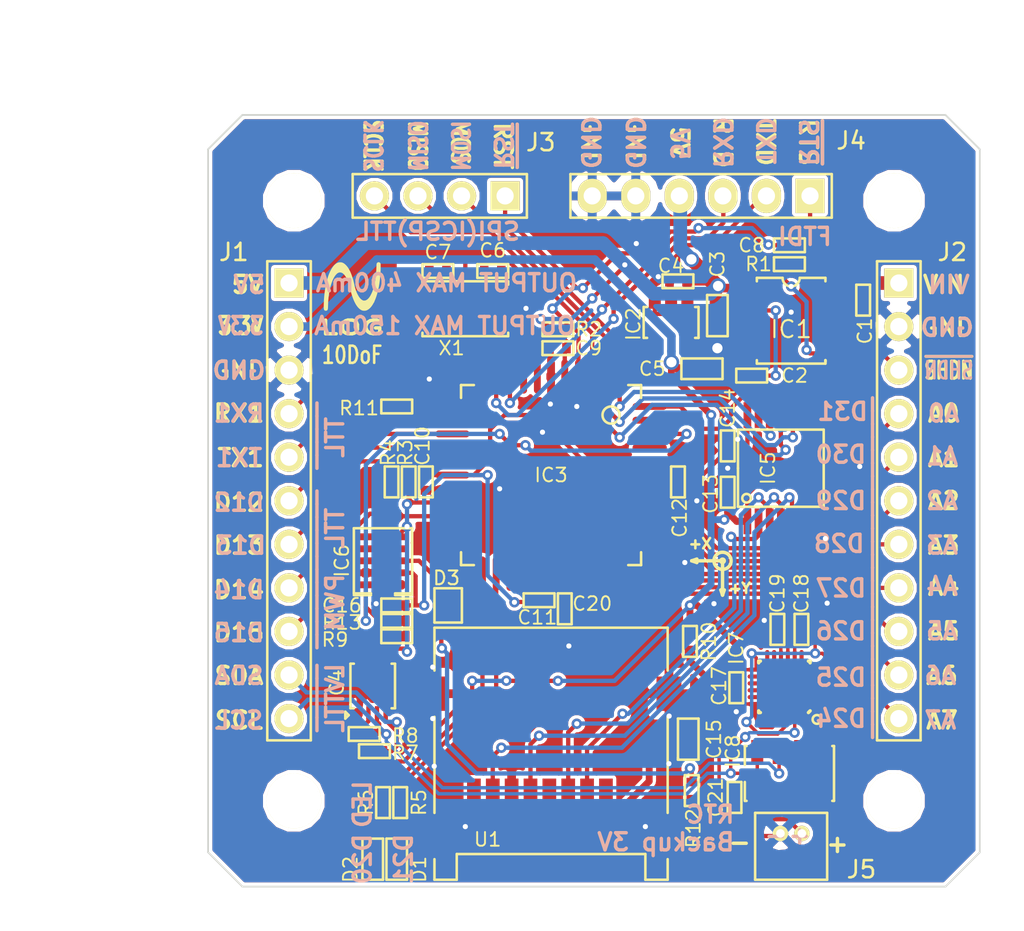
<source format=kicad_pcb>
(kicad_pcb (version 4) (host pcbnew 4.0.4-stable)
  (title_block (title logger_10DOF) (date 2016-09-03) (rev C) (company "Kent Nakazawa (Kent_n@outlook.com)"))
  (layers (0 F.Cu signal) (31 B.Cu signal hide) (34 B.Paste user hide) (35 F.Paste user hide) (36 B.SilkS user) (37 F.SilkS user) (38 B.Mask user) (39 F.Mask user) (44 Edge.Cuts user))
  (net 0 "")
  (net 1 GND)
  (net 2 /~RST)
  (net 3 /~PROG)
  (net 4 /VIN)
  (net 5 +5V)
  (net 6 +3.3V)
  (net 7 /A0)
  (net 8 "Net-(C15-Pad1)")
  (net 9 "Net-(C19-Pad1)")
  (net 10 "Net-(D1-Pad2)")
  (net 11 "Net-(D2-Pad2)")
  (net 12 /MOSI)
  (net 13 /MISO)
  (net 14 /SCLK)
  (net 15 /RX0)
  (net 16 /TX0)
  (net 17 /RX1)
  (net 18 /TX1)
  (net 19 /D12p)
  (net 20 /D13p)
  (net 21 /D14p)
  (net 22 /D15p)
  (net 23 /SCL)
  (net 24 /SDA)
  (net 25 /D20)
  (net 26 /D21)
  (net 27 /A7)
  (net 28 /A6)
  (net 29 /A5)
  (net 30 /A4)
  (net 31 /A3)
  (net 32 /A2)
  (net 33 /A1)
  (net 34 /INT)
  (net 35 /~SS)
  (net 36 /EN)
  (net 37 /~SS3V3)
  (net 38 /MOSI3V3)
  (net 39 /SCLK3V3)
  (net 40 /MISO3V3)
  (net 41 /SCL3V3)
  (net 42 /SDA3V3)
  (net 43 "Net-(J1-Pad5)")
  (net 44 "Net-(C6-Pad1)")
  (net 45 "Net-(C7-Pad1)")
  (net 46 "Net-(IC4-Pad7)")
  (net 47 "Net-(C2-Pad2)")
  (net 48 "Net-(C20-Pad1)")
  (net 49 "Net-(D3-Pad1)")
  (net 50 "Net-(D3-Pad3)")
  (net 51 "Net-(J5-Pad1)")
  (module EIA:0603 (layer F.Cu) (at 138.5 120.9 90)
    (fp_text reference D1 (at -0.6 1.3 270) (layer F.SilkS) (effects (font (size 0.8 0.8) (thickness 0.11))))
    (fp_text value LED hide)
    (pad 1 smd trapezoid (at -0.8 0 90) (size 0.6 0.9) (layers F.Cu F.Paste F.Mask) (net 1 GND))
    (pad 2 smd trapezoid (at 0.8 0 90) (size 0.6 0.9) (layers F.Cu F.Paste F.Mask) (net 10 "Net-(D1-Pad2)"))
  )
  (module EIA:0603 (layer F.Cu) (at 137.1 120.9 90)
    (fp_text reference D2 (at -0.6 -1.3 90) (layer F.SilkS) (effects (font (size 0.8 0.8) (thickness 0.11))))
    (fp_text value LED hide)
    (pad 1 smd trapezoid (at -0.8 0 90) (size 0.6 0.9) (layers F.Cu F.Paste F.Mask) (net 1 GND))
    (pad 2 smd trapezoid (at 0.8 0 90) (size 0.6 0.9) (layers F.Cu F.Paste F.Mask) (net 11 "Net-(D2-Pad2)"))
  )
  (module QFP_QFN:QFN24 (layer F.Cu) (at 161.107888 110.849264 180)
    (fp_text reference IC7 (at 2.807888 2.249264 270) (layer F.SilkS) (effects (font (size 0.8 0.8) (thickness 0.11))))
    (fp_text value MPU-9250)
    (pad 1 smd oval (at -1.65 -1 180) (size 1 0.24) (layers F.Cu F.Paste F.Mask) (net 6 +3.3V))
    (pad 2 smd oval (at -1.65 -0.6 180) (size 1 0.24) (layers F.Cu F.Paste F.Mask))
    (pad 3 smd oval (at -1.65 -0.2 180) (size 1 0.24) (layers F.Cu F.Paste F.Mask))
    (pad 4 smd oval (at -1.65 0.2 180) (size 1 0.24) (layers F.Cu F.Paste F.Mask))
    (pad 5 smd oval (at -1.65 0.6 180) (size 1 0.24) (layers F.Cu F.Paste F.Mask))
    (pad 6 smd oval (at -1.65 1 180) (size 1 0.24) (layers F.Cu F.Paste F.Mask))
    (pad 7 smd oval (at -1 1.65 180) (size 0.24 1) (layers F.Cu F.Paste F.Mask))
    (pad 8 smd oval (at -0.6 1.65 180) (size 0.24 1) (layers F.Cu F.Paste F.Mask) (net 6 +3.3V))
    (pad 9 smd oval (at -0.2 1.65 180) (size 0.24 1) (layers F.Cu F.Paste F.Mask) (net 1 GND))
    (pad 10 smd oval (at 0.2 1.65 180) (size 0.24 1) (layers F.Cu F.Paste F.Mask) (net 9 "Net-(C19-Pad1)"))
    (pad 11 smd oval (at 0.6 1.65 180) (size 0.24 1) (layers F.Cu F.Paste F.Mask))
    (pad 12 smd oval (at 1 1.65 180) (size 0.24 1) (layers F.Cu F.Paste F.Mask))
    (pad 13 smd oval (at 1.65 1 180) (size 1 0.24) (layers F.Cu F.Paste F.Mask) (net 6 +3.3V))
    (pad 14 smd oval (at 1.65 0.6 180) (size 1 0.24) (layers F.Cu F.Paste F.Mask))
    (pad 15 smd oval (at 1.65 0.2 180) (size 1 0.24) (layers F.Cu F.Paste F.Mask))
    (pad 16 smd oval (at 1.65 -0.2 180) (size 1 0.24) (layers F.Cu F.Paste F.Mask))
    (pad 17 smd oval (at 1.65 -0.6 180) (size 1 0.24) (layers F.Cu F.Paste F.Mask))
    (pad 18 smd oval (at 1.65 -1 180) (size 1 0.24) (layers F.Cu F.Paste F.Mask) (net 1 GND))
    (pad 19 smd oval (at 1 -1.65 180) (size 0.24 1) (layers F.Cu F.Paste F.Mask))
    (pad 20 smd oval (at 0.6 -1.65 180) (size 0.24 1) (layers F.Cu F.Paste F.Mask) (net 1 GND))
    (pad 21 smd oval (at 0.2 -1.65 180) (size 0.24 1) (layers F.Cu F.Paste F.Mask))
    (pad 22 smd oval (at -0.2 -1.65 180) (size 0.24 1) (layers F.Cu F.Paste F.Mask) (net 6 +3.3V))
    (pad 23 smd oval (at -0.6 -1.65 180) (size 0.24 1) (layers F.Cu F.Paste F.Mask) (net 41 /SCL3V3))
    (pad 24 smd oval (at -1 -1.65 180) (size 0.24 1) (layers F.Cu F.Paste F.Mask) (net 42 /SDA3V3))
  )
  (module CRYSTAL:5032 (layer F.Cu) (at 142.5 88.8)
    (fp_text reference X1 (at -0.8 2.3 180) (layer F.SilkS) (effects (font (size 0.8 0.8) (thickness 0.11))))
    (fp_text value CRYSTAL)
    (pad 1 smd trapezoid (at -2 0) (size 2 2.4) (layers F.Cu F.Paste F.Mask) (net 45 "Net-(C7-Pad1)"))
    (pad 2 smd trapezoid (at 2 0) (size 2 2.4) (layers F.Cu F.Paste F.Mask) (net 44 "Net-(C6-Pad1)"))
  )
  (module SOCKET:microSD_hinge (layer F.Cu) (at 147.5 116.2)
    (fp_text reference U1 (at -3.7 3.55) (layer F.SilkS) (effects (font (size 0.8 0.8) (thickness 0.11))))
    (fp_text value microSD_hinge)
    (pad 1 smd rect (at 3.2 0.75) (size 0.8 1.5) (layers F.Cu F.Paste F.Mask))
    (pad 2 smd rect (at 2.1 0.75) (size 0.8 1.5) (layers F.Cu F.Paste F.Mask) (net 37 /~SS3V3))
    (pad 3 smd rect (at 1 0.75) (size 0.8 1.5) (layers F.Cu F.Paste F.Mask) (net 38 /MOSI3V3))
    (pad 4 smd rect (at -0.1 0.75) (size 0.8 1.5) (layers F.Cu F.Paste F.Mask) (net 8 "Net-(C15-Pad1)"))
    (pad 5 smd rect (at -1.2 0.75) (size 0.8 1.5) (layers F.Cu F.Paste F.Mask) (net 39 /SCLK3V3))
    (pad 6 smd rect (at -2.3 0.75) (size 0.8 1.5) (layers F.Cu F.Paste F.Mask) (net 1 GND))
    (pad 7 smd rect (at -3.4 0.75) (size 0.8 1.5) (layers F.Cu F.Paste F.Mask) (net 40 /MISO3V3))
    (pad 8 smd rect (at -4.5 0.75) (size 0.8 1.5) (layers F.Cu F.Paste F.Mask))
    (pad 9 smd rect (at 6.875 -4.95) (size 1.45 2) (layers F.Cu F.Paste F.Mask) (net 1 GND))
    (pad 10 smd rect (at 6.875 3.35) (size 1.45 2) (layers F.Cu F.Paste F.Mask) (net 1 GND))
    (pad 11 smd rect (at -6.875 3.35) (size 1.45 2) (layers F.Cu F.Paste F.Mask) (net 1 GND))
    (pad 12 smd rect (at -6.875 -4.95) (size 1.45 2) (layers F.Cu F.Paste F.Mask) (net 1 GND))
  )
  (module EIA:0402 (layer F.Cu) (at 165.7 88.3 270)
    (fp_text reference C1 (at 1.8 -0.1 270) (layer F.SilkS) (effects (font (size 0.8 0.8) (thickness 0.11))))
    (fp_text value 1u hide)
    (pad 1 smd rect (at -0.5 0 270) (size 0.5 0.6) (layers F.Cu F.Paste F.Mask) (net 4 /VIN))
    (pad 2 smd rect (at 0.5 0 270) (size 0.5 0.6) (layers F.Cu F.Paste F.Mask) (net 1 GND))
  )
  (module EIA:0402 (layer F.Cu) (at 159.2 92.7 180)
    (fp_text reference C2 (at -2.5 0 180) (layer F.SilkS) (effects (font (size 0.8 0.8) (thickness 0.11))))
    (fp_text value 0.01u hide)
    (pad 1 smd rect (at -0.5 0 180) (size 0.5 0.6) (layers F.Cu F.Paste F.Mask) (net 5 +5V))
    (pad 2 smd rect (at 0.5 0 180) (size 0.5 0.6) (layers F.Cu F.Paste F.Mask) (net 47 "Net-(C2-Pad2)"))
  )
  (module EIA:0603 (layer F.Cu) (at 157.2 89.2 270)
    (fp_text reference C3 (at -3 0 270) (layer F.SilkS) (effects (font (size 0.8 0.8) (thickness 0.11))))
    (fp_text value 10u hide)
    (pad 1 smd trapezoid (at -0.8 0 270) (size 0.6 0.9) (layers F.Cu F.Paste F.Mask) (net 5 +5V))
    (pad 2 smd trapezoid (at 0.8 0 270) (size 0.6 0.9) (layers F.Cu F.Paste F.Mask) (net 1 GND))
  )
  (module EIA:0402 (layer F.Cu) (at 154.9 87.2 180)
    (fp_text reference C4 (at 0.4 0.9 180) (layer F.SilkS) (effects (font (size 0.8 0.8) (thickness 0.11))))
    (fp_text value 0.1u hide)
    (pad 1 smd rect (at -0.5 0 180) (size 0.5 0.6) (layers F.Cu F.Paste F.Mask) (net 5 +5V))
    (pad 2 smd rect (at 0.5 0 180) (size 0.5 0.6) (layers F.Cu F.Paste F.Mask) (net 1 GND))
  )
  (module EIA:0603 (layer F.Cu) (at 156.3 92.3)
    (fp_text reference C5 (at -2.9 0) (layer F.SilkS) (effects (font (size 0.8 0.8) (thickness 0.11))))
    (fp_text value 4.7u hide)
    (pad 1 smd trapezoid (at -0.8 0) (size 0.6 0.9) (layers F.Cu F.Paste F.Mask) (net 6 +3.3V))
    (pad 2 smd trapezoid (at 0.8 0) (size 0.6 0.9) (layers F.Cu F.Paste F.Mask) (net 1 GND))
  )
  (module EIA:0402 (layer F.Cu) (at 144.1 86.6 180)
    (fp_text reference C6 (at 0 1.2 180) (layer F.SilkS) (effects (font (size 0.8 0.8) (thickness 0.11))))
    (fp_text value 15p hide)
    (pad 1 smd rect (at -0.5 0 180) (size 0.5 0.6) (layers F.Cu F.Paste F.Mask) (net 44 "Net-(C6-Pad1)"))
    (pad 2 smd rect (at 0.5 0 180) (size 0.5 0.6) (layers F.Cu F.Paste F.Mask) (net 1 GND))
  )
  (module EIA:0402 (layer F.Cu) (at 140.9 86.6)
    (fp_text reference C7 (at 0 -1.1) (layer F.SilkS) (effects (font (size 0.8 0.8) (thickness 0.11))))
    (fp_text value 15p hide)
    (pad 1 smd rect (at -0.5 0) (size 0.5 0.6) (layers F.Cu F.Paste F.Mask) (net 45 "Net-(C7-Pad1)"))
    (pad 2 smd rect (at 0.5 0) (size 0.5 0.6) (layers F.Cu F.Paste F.Mask) (net 1 GND))
  )
  (module EIA:0402 (layer F.Cu) (at 161.4 85.1)
    (fp_text reference C8 (at -2.2 0) (layer F.SilkS) (effects (font (size 0.8 0.8) (thickness 0.11))))
    (fp_text value 0.1u hide)
    (pad 1 smd rect (at -0.5 0) (size 0.5 0.6) (layers F.Cu F.Paste F.Mask) (net 2 /~RST))
    (pad 2 smd rect (at 0.5 0) (size 0.5 0.6) (layers F.Cu F.Paste F.Mask) (net 3 /~PROG))
  )
  (module EIA:0402 (layer F.Cu) (at 147.9 91.1 180)
    (fp_text reference C9 (at -1.8 0 180) (layer F.SilkS) (effects (font (size 0.8 0.8) (thickness 0.11))))
    (fp_text value 0.1u hide)
    (pad 1 smd rect (at -0.5 0 180) (size 0.5 0.6) (layers F.Cu F.Paste F.Mask) (net 5 +5V))
    (pad 2 smd rect (at 0.5 0 180) (size 0.5 0.6) (layers F.Cu F.Paste F.Mask) (net 1 GND))
  )
  (module EIA:0402 (layer F.Cu) (at 140.2 98.9 270)
    (fp_text reference C10 (at -2.1 0.2 270) (layer F.SilkS) (effects (font (size 0.8 0.8) (thickness 0.11))))
    (fp_text value 0.1u hide)
    (pad 1 smd rect (at -0.5 0 270) (size 0.5 0.6) (layers F.Cu F.Paste F.Mask) (net 5 +5V))
    (pad 2 smd rect (at 0.5 0 270) (size 0.5 0.6) (layers F.Cu F.Paste F.Mask) (net 1 GND))
  )
  (module EIA:0402 (layer F.Cu) (at 146.8 105.8)
    (fp_text reference C11 (at -0.1 1) (layer F.SilkS) (effects (font (size 0.8 0.8) (thickness 0.11))))
    (fp_text value 0.1u hide)
    (pad 1 smd rect (at -0.5 0) (size 0.5 0.6) (layers F.Cu F.Paste F.Mask) (net 5 +5V))
    (pad 2 smd rect (at 0.5 0) (size 0.5 0.6) (layers F.Cu F.Paste F.Mask) (net 1 GND))
  )
  (module EIA:0402 (layer F.Cu) (at 154.9 98.9 90)
    (fp_text reference C12 (at -2.1 0.1 90) (layer F.SilkS) (effects (font (size 0.8 0.8) (thickness 0.11))))
    (fp_text value 0.1u hide)
    (pad 1 smd rect (at -0.5 0 90) (size 0.5 0.6) (layers F.Cu F.Paste F.Mask) (net 5 +5V))
    (pad 2 smd rect (at 0.5 0 90) (size 0.5 0.6) (layers F.Cu F.Paste F.Mask) (net 1 GND))
  )
  (module EIA:0402 (layer F.Cu) (at 157.8 99.5 90)
    (fp_text reference C13 (at -0.1 -1 90) (layer F.SilkS) (effects (font (size 0.8 0.8) (thickness 0.11))))
    (fp_text value 0.1u hide)
    (pad 1 smd rect (at -0.5 0 90) (size 0.5 0.6) (layers F.Cu F.Paste F.Mask) (net 6 +3.3V))
    (pad 2 smd rect (at 0.5 0 90) (size 0.5 0.6) (layers F.Cu F.Paste F.Mask) (net 1 GND))
  )
  (module EIA:0402 (layer F.Cu) (at 157.8 96.8 90)
    (fp_text reference C14 (at 2.2 0 90) (layer F.SilkS) (effects (font (size 0.8 0.8) (thickness 0.11))))
    (fp_text value 0.1u hide)
    (pad 1 smd rect (at -0.5 0 90) (size 0.5 0.6) (layers F.Cu F.Paste F.Mask) (net 5 +5V))
    (pad 2 smd rect (at 0.5 0 90) (size 0.5 0.6) (layers F.Cu F.Paste F.Mask) (net 1 GND))
  )
  (module EIA:0603 (layer F.Cu) (at 155.5 113.9 90)
    (fp_text reference C15 (at 0 1.5 90) (layer F.SilkS) (effects (font (size 0.8 0.8) (thickness 0.11))))
    (fp_text value 4.7u hide)
    (pad 1 smd trapezoid (at -0.8 0 90) (size 0.6 0.9) (layers F.Cu F.Paste F.Mask) (net 8 "Net-(C15-Pad1)"))
    (pad 2 smd trapezoid (at 0.8 0 90) (size 0.6 0.9) (layers F.Cu F.Paste F.Mask) (net 1 GND))
  )
  (module EIA:0402 (layer F.Cu) (at 138.5 106.1 180)
    (fp_text reference C16 (at 3.2 0 180) (layer F.SilkS) (effects (font (size 0.8 0.8) (thickness 0.11))))
    (fp_text value 0.1u hide)
    (pad 1 smd rect (at -0.5 0 180) (size 0.5 0.6) (layers F.Cu F.Paste F.Mask) (net 5 +5V))
    (pad 2 smd rect (at 0.5 0 180) (size 0.5 0.6) (layers F.Cu F.Paste F.Mask) (net 1 GND))
  )
  (module EIA:0402 (layer F.Cu) (at 158.3 110.9 270)
    (fp_text reference C17 (at -0.1 1 270) (layer F.SilkS) (effects (font (size 0.8 0.8) (thickness 0.11))))
    (fp_text value 0.01u hide)
    (pad 1 smd rect (at -0.5 0 270) (size 0.5 0.6) (layers F.Cu F.Paste F.Mask) (net 6 +3.3V))
    (pad 2 smd rect (at 0.5 0 270) (size 0.5 0.6) (layers F.Cu F.Paste F.Mask) (net 1 GND))
  )
  (module EIA:0402 (layer F.Cu) (at 162.1 107.5 90)
    (fp_text reference C18 (at 2.1 0 90) (layer F.SilkS) (effects (font (size 0.8 0.8) (thickness 0.11))))
    (fp_text value 0.1u hide)
    (pad 1 smd rect (at -0.5 0 90) (size 0.5 0.6) (layers F.Cu F.Paste F.Mask) (net 6 +3.3V))
    (pad 2 smd rect (at 0.5 0 90) (size 0.5 0.6) (layers F.Cu F.Paste F.Mask) (net 1 GND))
  )
  (module EIA:0402 (layer F.Cu) (at 160.7 107.5 90)
    (fp_text reference C19 (at 2.1 0 90) (layer F.SilkS) (effects (font (size 0.8 0.8) (thickness 0.11))))
    (fp_text value 0.1u hide)
    (pad 1 smd rect (at -0.5 0 90) (size 0.5 0.6) (layers F.Cu F.Paste F.Mask) (net 9 "Net-(C19-Pad1)"))
    (pad 2 smd rect (at 0.5 0 90) (size 0.5 0.6) (layers F.Cu F.Paste F.Mask) (net 1 GND))
  )
  (module TI:SOT-25 (layer F.Cu) (at 154.5 89.6 180)
    (fp_text reference IC2 (at 2.2 -0.1 270) (layer F.SilkS) (effects (font (size 0.8 0.8) (thickness 0.11))))
    (fp_text value LDO_5)
    (pad 1 smd rect (at -0.95 1.3 180) (size 0.7 1) (layers F.Cu F.Paste F.Mask) (net 5 +5V))
    (pad 2 smd rect (at 0 1.3 180) (size 0.7 1) (layers F.Cu F.Paste F.Mask) (net 1 GND))
    (pad 3 smd rect (at 0.95 1.3 180) (size 0.7 1) (layers F.Cu F.Paste F.Mask) (net 5 +5V))
    (pad 4 smd rect (at 0.95 -1.3 180) (size 0.7 1) (layers F.Cu F.Paste F.Mask))
    (pad 5 smd rect (at -0.95 -1.3 180) (size 0.7 1) (layers F.Cu F.Paste F.Mask) (net 6 +3.3V))
  )
  (module QFP_QFN:TQFP_44 (layer F.Cu) (at 147.5 98.5 270)
    (fp_text reference IC3 (at 0 0 360) (layer F.SilkS) (effects (font (size 0.8 0.8) (thickness 0.11))))
    (fp_text value ATMEGA644PA-A)
    (pad 1 smd oval (at -5.75 -4) (size 0.4 2) (layers F.Cu F.Paste F.Mask) (net 12 /MOSI))
    (pad 2 smd oval (at -5.75 -3.2) (size 0.4 2) (layers F.Cu F.Paste F.Mask) (net 13 /MISO))
    (pad 3 smd oval (at -5.75 -2.4) (size 0.4 2) (layers F.Cu F.Paste F.Mask) (net 14 /SCLK))
    (pad 4 smd oval (at -5.75 -1.6) (size 0.4 2) (layers F.Cu F.Paste F.Mask) (net 2 /~RST))
    (pad 5 smd oval (at -5.75 -0.8) (size 0.4 2) (layers F.Cu F.Paste F.Mask) (net 5 +5V))
    (pad 6 smd oval (at -5.75 0) (size 0.4 2) (layers F.Cu F.Paste F.Mask) (net 1 GND))
    (pad 7 smd oval (at -5.75 0.8) (size 0.4 2) (layers F.Cu F.Paste F.Mask) (net 44 "Net-(C6-Pad1)"))
    (pad 8 smd oval (at -5.75 1.6) (size 0.4 2) (layers F.Cu F.Paste F.Mask) (net 45 "Net-(C7-Pad1)"))
    (pad 9 smd oval (at -5.75 2.4) (size 0.4 2) (layers F.Cu F.Paste F.Mask) (net 15 /RX0))
    (pad 10 smd oval (at -5.75 3.2) (size 0.4 2) (layers F.Cu F.Paste F.Mask) (net 16 /TX0))
    (pad 11 smd oval (at -5.75 4) (size 0.4 2) (layers F.Cu F.Paste F.Mask) (net 17 /RX1))
    (pad 12 smd oval (at -4 5.75 270) (size 0.4 2) (layers F.Cu F.Paste F.Mask) (net 18 /TX1))
    (pad 13 smd oval (at -3.2 5.75 270) (size 0.4 2) (layers F.Cu F.Paste F.Mask) (net 19 /D12p))
    (pad 14 smd oval (at -2.4 5.75 270) (size 0.4 2) (layers F.Cu F.Paste F.Mask) (net 20 /D13p))
    (pad 15 smd oval (at -1.6 5.75 270) (size 0.4 2) (layers F.Cu F.Paste F.Mask) (net 21 /D14p))
    (pad 16 smd oval (at -0.8 5.75 270) (size 0.4 2) (layers F.Cu F.Paste F.Mask) (net 22 /D15p))
    (pad 17 smd oval (at 0 5.75 270) (size 0.4 2) (layers F.Cu F.Paste F.Mask) (net 5 +5V))
    (pad 18 smd oval (at 0.8 5.75 270) (size 0.4 2) (layers F.Cu F.Paste F.Mask) (net 1 GND))
    (pad 19 smd oval (at 1.6 5.75 270) (size 0.4 2) (layers F.Cu F.Paste F.Mask) (net 23 /SCL))
    (pad 20 smd oval (at 2.4 5.75 270) (size 0.4 2) (layers F.Cu F.Paste F.Mask) (net 24 /SDA))
    (pad 21 smd oval (at 3.2 5.75 270) (size 0.4 2) (layers F.Cu F.Paste F.Mask))
    (pad 22 smd oval (at 4 5.75 270) (size 0.4 2) (layers F.Cu F.Paste F.Mask))
    (pad 23 smd oval (at 5.75 4) (size 0.4 2) (layers F.Cu F.Paste F.Mask) (net 25 /D20))
    (pad 24 smd oval (at 5.75 3.2) (size 0.4 2) (layers F.Cu F.Paste F.Mask) (net 26 /D21))
    (pad 25 smd oval (at 5.75 2.4) (size 0.4 2) (layers F.Cu F.Paste F.Mask))
    (pad 26 smd oval (at 5.75 1.6) (size 0.4 2) (layers F.Cu F.Paste F.Mask))
    (pad 27 smd oval (at 5.75 0.8) (size 0.4 2) (layers F.Cu F.Paste F.Mask) (net 5 +5V))
    (pad 28 smd oval (at 5.75 0) (size 0.4 2) (layers F.Cu F.Paste F.Mask) (net 1 GND))
    (pad 29 smd oval (at 5.75 -0.8) (size 0.4 2) (layers F.Cu F.Paste F.Mask) (net 48 "Net-(C20-Pad1)"))
    (pad 30 smd oval (at 5.75 -1.6) (size 0.4 2) (layers F.Cu F.Paste F.Mask) (net 27 /A7))
    (pad 31 smd oval (at 5.75 -2.4) (size 0.4 2) (layers F.Cu F.Paste F.Mask) (net 28 /A6))
    (pad 32 smd oval (at 5.75 -3.2) (size 0.4 2) (layers F.Cu F.Paste F.Mask) (net 29 /A5))
    (pad 33 smd oval (at 5.75 -4) (size 0.4 2) (layers F.Cu F.Paste F.Mask) (net 30 /A4))
    (pad 34 smd oval (at 4 -5.75 270) (size 0.4 2) (layers F.Cu F.Paste F.Mask) (net 31 /A3))
    (pad 35 smd oval (at 3.2 -5.75 270) (size 0.4 2) (layers F.Cu F.Paste F.Mask) (net 32 /A2))
    (pad 36 smd oval (at 2.4 -5.75 270) (size 0.4 2) (layers F.Cu F.Paste F.Mask) (net 33 /A1))
    (pad 37 smd oval (at 1.6 -5.75 270) (size 0.4 2) (layers F.Cu F.Paste F.Mask) (net 7 /A0))
    (pad 38 smd oval (at 0.8 -5.75 270) (size 0.4 2) (layers F.Cu F.Paste F.Mask) (net 5 +5V))
    (pad 39 smd oval (at 0 -5.75 270) (size 0.4 2) (layers F.Cu F.Paste F.Mask) (net 1 GND))
    (pad 40 smd oval (at -0.8 -5.75 270) (size 0.4 2) (layers F.Cu F.Paste F.Mask))
    (pad 41 smd oval (at -1.6 -5.75 270) (size 0.4 2) (layers F.Cu F.Paste F.Mask))
    (pad 42 smd oval (at -2.4 -5.75 270) (size 0.4 2) (layers F.Cu F.Paste F.Mask) (net 34 /INT))
    (pad 43 smd oval (at -3.2 -5.75 270) (size 0.4 2) (layers F.Cu F.Paste F.Mask))
    (pad 44 smd oval (at -4 -5.75 270) (size 0.4 2) (layers F.Cu F.Paste F.Mask) (net 35 /~SS))
  )
  (module TI:DCU-8 (layer F.Cu) (at 137.1 110.8)
    (fp_text reference IC4 (at -2.1 0 90) (layer F.SilkS) (effects (font (size 0.8 0.8) (thickness 0.11))))
    (fp_text value PCA9306)
    (pad 8 smd rect (at -0.75 -1.55) (size 0.25 0.75) (layers F.Cu F.Paste F.Mask) (net 46 "Net-(IC4-Pad7)"))
    (pad 1 smd rect (at -0.75 1.55) (size 0.25 0.75) (layers F.Cu F.Paste F.Mask) (net 1 GND))
    (pad 7 smd rect (at -0.25 -1.55) (size 0.25 0.75) (layers F.Cu F.Paste F.Mask) (net 46 "Net-(IC4-Pad7)"))
    (pad 2 smd rect (at -0.25 1.55) (size 0.25 0.75) (layers F.Cu F.Paste F.Mask) (net 6 +3.3V))
    (pad 6 smd rect (at 0.25 -1.55) (size 0.25 0.75) (layers F.Cu F.Paste F.Mask) (net 23 /SCL))
    (pad 3 smd rect (at 0.25 1.55) (size 0.25 0.75) (layers F.Cu F.Paste F.Mask) (net 41 /SCL3V3))
    (pad 5 smd rect (at 0.75 -1.55) (size 0.25 0.75) (layers F.Cu F.Paste F.Mask) (net 24 /SDA))
    (pad 4 smd rect (at 0.75 1.55) (size 0.25 0.75) (layers F.Cu F.Paste F.Mask) (net 42 /SDA3V3))
  )
  (module TI:TSSOP14 (layer F.Cu) (at 160.9 98.1 90)
    (fp_text reference IC5 (at 0 -0.75 90) (layer F.SilkS) (effects (font (size 0.8 0.8) (thickness 0.11))))
    (fp_text value TXB0104)
    (pad 1 smd rect (at -3.1 -1.95 90) (size 1.5 0.45) (layers F.Cu F.Paste F.Mask) (net 6 +3.3V))
    (pad 2 smd rect (at -3.1 -1.3 90) (size 1.5 0.45) (layers F.Cu F.Paste F.Mask) (net 37 /~SS3V3))
    (pad 3 smd rect (at -3.1 -0.65 90) (size 1.5 0.45) (layers F.Cu F.Paste F.Mask) (net 38 /MOSI3V3))
    (pad 4 smd rect (at -3.1 0 90) (size 1.5 0.45) (layers F.Cu F.Paste F.Mask) (net 39 /SCLK3V3))
    (pad 5 smd rect (at -3.1 0.65 90) (size 1.5 0.45) (layers F.Cu F.Paste F.Mask) (net 40 /MISO3V3))
    (pad 6 smd rect (at -3.1 1.3 90) (size 1.5 0.45) (layers F.Cu F.Paste F.Mask))
    (pad 7 smd rect (at -3.1 1.95 90) (size 1.5 0.45) (layers F.Cu F.Paste F.Mask) (net 1 GND))
    (pad 8 smd rect (at 3.1 1.95 90) (size 1.5 0.45) (layers F.Cu F.Paste F.Mask) (net 6 +3.3V))
    (pad 9 smd rect (at 3.1 1.3 90) (size 1.5 0.45) (layers F.Cu F.Paste F.Mask))
    (pad 10 smd rect (at 3.1 0.65 90) (size 1.5 0.45) (layers F.Cu F.Paste F.Mask) (net 13 /MISO))
    (pad 11 smd rect (at 3.1 0 90) (size 1.5 0.45) (layers F.Cu F.Paste F.Mask) (net 14 /SCLK))
    (pad 12 smd rect (at 3.1 -0.65 90) (size 1.5 0.45) (layers F.Cu F.Paste F.Mask) (net 12 /MOSI))
    (pad 13 smd rect (at 3.1 -1.3 90) (size 1.5 0.45) (layers F.Cu F.Paste F.Mask) (net 35 /~SS))
    (pad 14 smd rect (at 3.1 -1.95 90) (size 1.5 0.45) (layers F.Cu F.Paste F.Mask) (net 5 +5V))
  )
  (module CRYSTAL:RX8900CE (layer F.Cu) (at 137.7 103.5 90)
    (fp_text reference IC6 (at 0 -2.4 90) (layer F.SilkS) (effects (font (size 0.8 0.8) (thickness 0.11))))
    (fp_text value RX8900CE)
    (pad 1 smd rect (at -1.4 1 90) (size 0.4 0.9) (layers F.Cu F.Paste F.Mask) (net 1 GND))
    (pad 2 smd rect (at -0.7 1 90) (size 0.4 0.9) (layers F.Cu F.Paste F.Mask) (net 5 +5V))
    (pad 3 smd rect (at 0 1 90) (size 0.4 0.9) (layers F.Cu F.Paste F.Mask) (net 50 "Net-(D3-Pad3)"))
    (pad 4 smd rect (at 0.7 1 90) (size 0.4 0.9) (layers F.Cu F.Paste F.Mask))
    (pad 5 smd rect (at 1.4 1 90) (size 0.4 0.9) (layers F.Cu F.Paste F.Mask) (net 23 /SCL))
    (pad 6 smd rect (at 1.4 -1 90) (size 0.4 0.9) (layers F.Cu F.Paste F.Mask))
    (pad 7 smd rect (at 0.7 -1 90) (size 0.4 0.9) (layers F.Cu F.Paste F.Mask) (net 24 /SDA))
    (pad 8 smd rect (at 0 -1 90) (size 0.4 0.9) (layers F.Cu F.Paste F.Mask))
    (pad 9 smd rect (at -0.7 -1 90) (size 0.4 0.9) (layers F.Cu F.Paste F.Mask) (net 1 GND))
    (pad 10 smd rect (at -1.4 -1 90) (size 0.4 0.9) (layers F.Cu F.Paste F.Mask) (net 34 /INT))
  )
  (module EIA:0402 (layer F.Cu) (at 161.4 86.2 180)
    (fp_text reference R1 (at 1.8 0 180) (layer F.SilkS) (effects (font (size 0.8 0.8) (thickness 0.11))))
    (fp_text value 10k hide)
    (pad 1 smd rect (at -0.5 0 180) (size 0.5 0.6) (layers F.Cu F.Paste F.Mask) (net 4 /VIN))
    (pad 2 smd rect (at 0.5 0 180) (size 0.5 0.6) (layers F.Cu F.Paste F.Mask) (net 36 /EN))
  )
  (module EIA:0402 (layer F.Cu) (at 147.9 90)
    (fp_text reference R2 (at 1.8 0) (layer F.SilkS) (effects (font (size 0.8 0.8) (thickness 0.11))))
    (fp_text value 10k hide)
    (pad 1 smd rect (at -0.5 0) (size 0.5 0.6) (layers F.Cu F.Paste F.Mask) (net 5 +5V))
    (pad 2 smd rect (at 0.5 0) (size 0.5 0.6) (layers F.Cu F.Paste F.Mask) (net 2 /~RST))
  )
  (module EIA:0402 (layer F.Cu) (at 139.2 98.9 270)
    (fp_text reference R3 (at -1.7 0.2 270) (layer F.SilkS) (effects (font (size 0.8 0.8) (thickness 0.11))))
    (fp_text value 3.3k hide)
    (pad 1 smd rect (at -0.5 0 270) (size 0.5 0.6) (layers F.Cu F.Paste F.Mask) (net 5 +5V))
    (pad 2 smd rect (at 0.5 0 270) (size 0.5 0.6) (layers F.Cu F.Paste F.Mask) (net 23 /SCL))
  )
  (module EIA:0402 (layer F.Cu) (at 138.2 98.9 270)
    (fp_text reference R4 (at -1.7 0.2 270) (layer F.SilkS) (effects (font (size 0.8 0.8) (thickness 0.11))))
    (fp_text value 3.3k hide)
    (pad 1 smd rect (at -0.5 0 270) (size 0.5 0.6) (layers F.Cu F.Paste F.Mask) (net 5 +5V))
    (pad 2 smd rect (at 0.5 0 270) (size 0.5 0.6) (layers F.Cu F.Paste F.Mask) (net 24 /SDA))
  )
  (module EIA:0402 (layer F.Cu) (at 138.7 117.6 270)
    (fp_text reference R5 (at 0 -1.1 270) (layer F.SilkS) (effects (font (size 0.8 0.8) (thickness 0.11))))
    (fp_text value 3.3k hide)
    (pad 1 smd rect (at -0.5 0 270) (size 0.5 0.6) (layers F.Cu F.Paste F.Mask) (net 26 /D21))
    (pad 2 smd rect (at 0.5 0 270) (size 0.5 0.6) (layers F.Cu F.Paste F.Mask) (net 10 "Net-(D1-Pad2)"))
  )
  (module EIA:0402 (layer F.Cu) (at 137.7 117.6 270)
    (fp_text reference R6 (at 0 1 270) (layer F.SilkS) (effects (font (size 0.8 0.8) (thickness 0.11))))
    (fp_text value 3.3k hide)
    (pad 1 smd rect (at -0.5 0 270) (size 0.5 0.6) (layers F.Cu F.Paste F.Mask) (net 25 /D20))
    (pad 2 smd rect (at 0.5 0 270) (size 0.5 0.6) (layers F.Cu F.Paste F.Mask) (net 11 "Net-(D2-Pad2)"))
  )
  (module EIA:0402 (layer F.Cu) (at 137.2 114.6)
    (fp_text reference R7 (at 1.8 0.1) (layer F.SilkS) (effects (font (size 0.8 0.8) (thickness 0.11))))
    (fp_text value 3.3k hide)
    (pad 1 smd rect (at -0.5 0) (size 0.5 0.6) (layers F.Cu F.Paste F.Mask) (net 6 +3.3V))
    (pad 2 smd rect (at 0.5 0) (size 0.5 0.6) (layers F.Cu F.Paste F.Mask) (net 42 /SDA3V3))
  )
  (module EIA:0402 (layer F.Cu) (at 136.6 113.6)
    (fp_text reference R8 (at 2.4 0.1) (layer F.SilkS) (effects (font (size 0.8 0.8) (thickness 0.11))))
    (fp_text value 3.3k hide)
    (pad 1 smd rect (at -0.5 0) (size 0.5 0.6) (layers F.Cu F.Paste F.Mask) (net 6 +3.3V))
    (pad 2 smd rect (at 0.5 0) (size 0.5 0.6) (layers F.Cu F.Paste F.Mask) (net 41 /SCL3V3))
  )
  (module EIA:0402 (layer F.Cu) (at 138.5 107.9 180)
    (fp_text reference R9 (at 3.6 -0.2 180) (layer F.SilkS) (effects (font (size 0.8 0.8) (thickness 0.11))))
    (fp_text value 200k hide)
    (pad 1 smd rect (at -0.5 0 180) (size 0.5 0.6) (layers F.Cu F.Paste F.Mask) (net 5 +5V))
    (pad 2 smd rect (at 0.5 0 180) (size 0.5 0.6) (layers F.Cu F.Paste F.Mask) (net 46 "Net-(IC4-Pad7)"))
  )
  (module EIA:0402 (layer F.Cu) (at 155.6 108.2 270)
    (fp_text reference R10 (at 0 -1.1 270) (layer F.SilkS) (effects (font (size 0.8 0.8) (thickness 0.11))))
    (fp_text value 1 hide)
    (pad 1 smd rect (at -0.5 0 270) (size 0.5 0.6) (layers F.Cu F.Paste F.Mask) (net 6 +3.3V))
    (pad 2 smd rect (at 0.5 0 270) (size 0.5 0.6) (layers F.Cu F.Paste F.Mask) (net 8 "Net-(C15-Pad1)"))
  )
  (module EIA:0402 (layer F.Cu) (at 138.5 94.5)
    (fp_text reference R11 (at -2.2 0.1) (layer F.SilkS) (effects (font (size 0.8 0.8) (thickness 0.11))))
    (fp_text value 100 hide)
    (pad 1 smd rect (at -0.5 0) (size 0.5 0.6) (layers F.Cu F.Paste F.Mask) (net 43 "Net-(J1-Pad5)"))
    (pad 2 smd rect (at 0.5 0) (size 0.5 0.6) (layers F.Cu F.Paste F.Mask) (net 18 /TX1))
  )
  (module EIA:0402 (layer F.Cu) (at 155.7 116.9 90)
    (fp_text reference R12 (at -2.2 0.1 90) (layer F.SilkS) (effects (font (size 0.8 0.8) (thickness 0.11))))
    (fp_text value 1k hide)
    (pad 1 smd rect (at -0.5 0 90) (size 0.5 0.6) (layers F.Cu F.Paste F.Mask) (net 51 "Net-(J5-Pad1)"))
    (pad 2 smd rect (at 0.5 0 90) (size 0.5 0.6) (layers F.Cu F.Paste F.Mask) (net 49 "Net-(D3-Pad1)"))
  )
  (module EIA:0402 (layer F.Cu) (at 138.5 107 180)
    (fp_text reference R13 (at 3.2 -0.1 180) (layer F.SilkS) (effects (font (size 0.8 0.8) (thickness 0.11))))
    (fp_text value 10k hide)
    (pad 1 smd rect (at -0.5 0 180) (size 0.5 0.6) (layers F.Cu F.Paste F.Mask) (net 5 +5V))
    (pad 2 smd rect (at 0.5 0 180) (size 0.5 0.6) (layers F.Cu F.Paste F.Mask) (net 34 /INT))
  )
  (module TI:SO8 (layer F.Cu) (at 161.5 89.5)
    (fp_text reference IC1 (at 0 0.5) (layer F.SilkS) (effects (font (thickness 0.12))))
    (fp_text value LT1763-SO8)
    (pad 8 smd rect (at 2.7 -1.905 270) (size 0.6 1.55) (layers F.Cu F.Paste F.Mask) (net 4 /VIN))
    (pad 1 smd rect (at -2.7 -1.905 270) (size 0.6 1.55) (layers F.Cu F.Paste F.Mask) (net 5 +5V))
    (pad 2 smd rect (at -2.7 -0.635 270) (size 0.6 1.55) (layers F.Cu F.Paste F.Mask) (net 5 +5V))
    (pad 3 smd rect (at -2.7 0.635 270) (size 0.6 1.55) (layers F.Cu F.Paste F.Mask) (net 1 GND))
    (pad 4 smd rect (at -2.7 1.905 270) (size 0.6 1.55) (layers F.Cu F.Paste F.Mask) (net 47 "Net-(C2-Pad2)"))
    (pad 7 smd rect (at 2.7 -0.635 270) (size 0.6 1.55) (layers F.Cu F.Paste F.Mask) (net 1 GND))
    (pad 6 smd rect (at 2.7 0.635 270) (size 0.6 1.55) (layers F.Cu F.Paste F.Mask) (net 1 GND))
    (pad 5 smd rect (at 2.7 1.905 270) (size 0.6 1.55) (layers F.Cu F.Paste F.Mask) (net 36 /EN))
  )
  (module DRILL_HOLE:drill_M3 (layer F.Cu) (at 167.5 82.5)
    (fp_text reference Drill_M3 hide)
    (fp_text value H** hide)
    (pad "" np_thru_hole circle (at 0 0) (size 3.2 3.2) (drill 3.2) (layers *.Cu *.Mask F.SilkS))
  )
  (module DRILL_HOLE:drill_M3 (layer F.Cu) (at 132.5 82.5)
    (fp_text reference Drill_M3 hide)
    (fp_text value H** hide)
    (pad "" np_thru_hole circle (at 0 0) (size 3.2 3.2) (drill 3.2) (layers *.Cu *.Mask F.SilkS))
  )
  (module DRILL_HOLE:drill_M3 (layer F.Cu) (at 132.5 117.5)
    (fp_text reference Drill_M3 hide)
    (fp_text value H** hide)
    (pad "" np_thru_hole circle (at 0 0) (size 3.2 3.2) (drill 3.2) (layers *.Cu *.Mask F.SilkS))
  )
  (module DRILL_HOLE:drill_M3 (layer F.Cu) (at 167.5 117.5)
    (fp_text reference Drill_M3 hide)
    (fp_text value H** hide)
    (pad "" np_thru_hole circle (at 0 0) (size 3.2 3.2) (drill 3.2) (layers *.Cu *.Mask F.SilkS))
  )
  (module EIA:0402 (layer F.Cu) (at 148.3 106.3 270)
    (fp_text reference C20 (at -0.3 -1.6 360) (layer F.SilkS) (effects (font (size 0.8 0.8) (thickness 0.11))))
    (fp_text value 0.1u hide)
    (pad 1 smd rect (at -0.5 0 270) (size 0.5 0.6) (layers F.Cu F.Paste F.Mask) (net 48 "Net-(C20-Pad1)"))
    (pad 2 smd rect (at 0.5 0 270) (size 0.5 0.6) (layers F.Cu F.Paste F.Mask) (net 1 GND))
  )
  (module CONN_1.27MM:DF13-2P (layer F.Cu) (at 161.5 119.4)
    (fp_text reference J5 (at 4.1 2.1) (layer F.SilkS))
    (fp_text value CONN_2)
    (pad 1 thru_hole circle (at 0.625 0) (size 0.9 0.9) (drill 0.5) (layers *.Cu *.Mask F.SilkS) (net 51 "Net-(J5-Pad1)"))
    (pad 2 thru_hole circle (at -0.625 0) (size 0.9 0.9) (drill 0.5) (layers *.Cu *.Mask F.SilkS) (net 1 GND))
  )
  (module LOGO:N_LOGO_3mm (layer F.Cu) (at 135.9 87.5)
    (fp_text reference G*** hide)
    (fp_text value LOGO hide)
  )
  (module DIODE:SOT523HY (layer F.Cu) (at 141.5 106.1)
    (fp_text reference D3 (at -0.1 -1.6) (layer F.SilkS) (effects (font (size 0.8 0.8) (thickness 0.12))))
    (fp_text value BAS70T-05T-7-F hide)
    (pad 1 smd trapezoid (at -0.4 0.65) (size 0.8 0.5) (layers F.Cu F.Paste F.Mask) (net 49 "Net-(D3-Pad1)"))
    (pad 2 smd trapezoid (at 0.5 0.65) (size 0.4 0.5) (layers F.Cu F.Paste F.Mask))
    (pad 3 smd trapezoid (at -0.1 -0.65) (size 1.2 0.5) (layers F.Cu F.Paste F.Mask) (net 50 "Net-(D3-Pad3)"))
  )
  (module CONN_2.54MM:1x4P (layer F.Cu) (at 141.01 82.22 180)
    (fp_text reference J3 (at -5.89 3.12 180) (layer F.SilkS))
    (fp_text value CONN_4)
    (pad 1 thru_hole rect (at -3.81 0 180) (size 1.7 1.7) (drill 1) (layers *.Cu *.Mask F.SilkS) (net 2 /~RST))
    (pad 2 thru_hole circle (at -1.27 0 180) (size 1.7 1.7) (drill 1) (layers *.Cu *.Mask F.SilkS) (net 12 /MOSI))
    (pad 3 thru_hole circle (at 1.27 0 180) (size 1.7 1.7) (drill 1) (layers *.Cu *.Mask F.SilkS) (net 13 /MISO))
    (pad 4 thru_hole circle (at 3.81 0 180) (size 1.7 1.7) (drill 1) (layers *.Cu *.Mask F.SilkS) (net 14 /SCLK))
  )
  (module CONN_2.54MM:1x6DP (layer F.Cu) (at 157.52 82.22 180)
    (fp_text reference J4 (at -7.48 3.22 360) (layer F.SilkS))
    (fp_text value CONN_6)
    (pad 1 thru_hole rect (at -5.08 0 180) (size 1.7 2) (drill 1) (layers *.Cu *.Mask F.SilkS) (net 3 /~PROG))
    (pad 2 thru_hole oval (at -2.54 0 180) (size 1.7 2) (drill 1) (layers *.Cu *.Mask F.SilkS) (net 16 /TX0))
    (pad 3 thru_hole oval (at 0 0 180) (size 1.7 2) (drill 1) (layers *.Cu *.Mask F.SilkS) (net 15 /RX0))
    (pad 4 thru_hole oval (at 2.54 0 180) (size 1.7 2) (drill 1) (layers *.Cu *.Mask F.SilkS) (net 5 +5V))
    (pad 5 thru_hole oval (at 5.08 0 180) (size 1.7 2) (drill 1) (layers *.Cu *.Mask F.SilkS) (net 1 GND))
    (pad 6 thru_hole oval (at 7.62 0 180) (size 1.7 2) (drill 1) (layers *.Cu *.Mask F.SilkS) (net 1 GND))
  )
  (module CONN_2.54MM:1x11P (layer F.Cu) (at 167.78 100 270)
    (fp_text reference J2 (at -14.5 -3.12 360) (layer F.SilkS))
    (fp_text value CONN_11)
    (pad 1 thru_hole rect (at -12.7 0 270) (size 1.7 1.7) (drill 1) (layers *.Cu *.Mask F.SilkS) (net 4 /VIN))
    (pad 2 thru_hole circle (at -10.16 0 270) (size 1.7 1.7) (drill 1) (layers *.Cu *.Mask F.SilkS) (net 1 GND))
    (pad 3 thru_hole circle (at -7.62 0 270) (size 1.7 1.7) (drill 1) (layers *.Cu *.Mask F.SilkS) (net 36 /EN))
    (pad 4 thru_hole circle (at -5.08 0 270) (size 1.7 1.7) (drill 1) (layers *.Cu *.Mask F.SilkS) (net 7 /A0))
    (pad 5 thru_hole circle (at -2.54 0 270) (size 1.7 1.7) (drill 1) (layers *.Cu *.Mask F.SilkS) (net 33 /A1))
    (pad 6 thru_hole circle (at 0 0 270) (size 1.7 1.7) (drill 1) (layers *.Cu *.Mask F.SilkS) (net 32 /A2))
    (pad 7 thru_hole circle (at 2.54 0 270) (size 1.7 1.7) (drill 1) (layers *.Cu *.Mask F.SilkS) (net 31 /A3))
    (pad 8 thru_hole circle (at 5.08 0 270) (size 1.7 1.7) (drill 1) (layers *.Cu *.Mask F.SilkS) (net 30 /A4))
    (pad 9 thru_hole circle (at 7.62 0 270) (size 1.7 1.7) (drill 1) (layers *.Cu *.Mask F.SilkS) (net 29 /A5))
    (pad 10 thru_hole circle (at 10.16 0 270) (size 1.7 1.7) (drill 1) (layers *.Cu *.Mask F.SilkS) (net 28 /A6))
    (pad 11 thru_hole circle (at 12.7 0 270) (size 1.7 1.7) (drill 1) (layers *.Cu *.Mask F.SilkS) (net 27 /A7))
  )
  (module CONN_2.54MM:1x11P (layer F.Cu) (at 132.22 100 270)
    (fp_text reference J1 (at -14.5 3.22 360) (layer F.SilkS))
    (fp_text value CONN_11)
    (pad 1 thru_hole rect (at -12.7 0 270) (size 1.7 1.7) (drill 1) (layers *.Cu *.Mask F.SilkS) (net 5 +5V))
    (pad 2 thru_hole circle (at -10.16 0 270) (size 1.7 1.7) (drill 1) (layers *.Cu *.Mask F.SilkS) (net 6 +3.3V))
    (pad 3 thru_hole circle (at -7.62 0 270) (size 1.7 1.7) (drill 1) (layers *.Cu *.Mask F.SilkS) (net 1 GND))
    (pad 4 thru_hole circle (at -5.08 0 270) (size 1.7 1.7) (drill 1) (layers *.Cu *.Mask F.SilkS) (net 17 /RX1))
    (pad 5 thru_hole circle (at -2.54 0 270) (size 1.7 1.7) (drill 1) (layers *.Cu *.Mask F.SilkS) (net 43 "Net-(J1-Pad5)"))
    (pad 6 thru_hole circle (at 0 0 270) (size 1.7 1.7) (drill 1) (layers *.Cu *.Mask F.SilkS) (net 19 /D12p))
    (pad 7 thru_hole circle (at 2.54 0 270) (size 1.7 1.7) (drill 1) (layers *.Cu *.Mask F.SilkS) (net 20 /D13p))
    (pad 8 thru_hole circle (at 5.08 0 270) (size 1.7 1.7) (drill 1) (layers *.Cu *.Mask F.SilkS) (net 21 /D14p))
    (pad 9 thru_hole circle (at 7.62 0 270) (size 1.7 1.7) (drill 1) (layers *.Cu *.Mask F.SilkS) (net 22 /D15p))
    (pad 10 thru_hole circle (at 10.16 0 270) (size 1.7 1.7) (drill 1) (layers *.Cu *.Mask F.SilkS) (net 42 /SDA3V3))
    (pad 11 thru_hole circle (at 12.7 0 270) (size 1.7 1.7) (drill 1) (layers *.Cu *.Mask F.SilkS) (net 41 /SCL3V3))
  )
  (module EIA:0402 (layer F.Cu) (at 158.2 117.3 270)
    (fp_text reference C21 (at 0 1.1 450) (layer F.SilkS) (effects (font (size 0.8 0.8) (thickness 0.11))))
    (fp_text value 0.1u hide)
    (pad 1 smd rect (at -0.5 0 270) (size 0.5 0.6) (layers F.Cu F.Paste F.Mask) (net 6 +3.3V))
    (pad 2 smd rect (at 0.5 0 270) (size 0.5 0.6) (layers F.Cu F.Paste F.Mask) (net 1 GND))
  )
  (module LGA:8_MS (layer F.Cu) (at 161.4 115.9 90)
    (fp_text reference IC8 (at 1.3 -3.3 90) (layer F.SilkS) (effects (font (size 0.8 0.8) (thickness 0.11))))
    (fp_text value MS5611)
    (pad 1 smd rect (at -1.25 -1.875 90) (size 1.4 0.7) (layers F.Cu F.Paste F.Mask) (net 6 +3.3V))
    (pad 2 smd rect (at -1.25 -0.625 90) (size 1.4 0.7) (layers F.Cu F.Paste F.Mask) (net 6 +3.3V))
    (pad 3 smd rect (at -1.25 0.625 90) (size 1.4 0.7) (layers F.Cu F.Paste F.Mask) (net 1 GND))
    (pad 4 smd rect (at -1.25 1.875 90) (size 1.4 0.7) (layers F.Cu F.Paste F.Mask) (net 1 GND))
    (pad 5 smd rect (at 1.25 1.875 90) (size 1.4 0.7) (layers F.Cu F.Paste F.Mask) (net 1 GND))
    (pad 6 smd rect (at 1.25 0.625 90) (size 1.4 0.7) (layers F.Cu F.Paste F.Mask))
    (pad 7 smd rect (at 1.25 -0.625 90) (size 1.4 0.7) (layers F.Cu F.Paste F.Mask) (net 42 /SDA3V3))
    (pad 8 smd rect (at 1.25 -1.875 90) (size 1.4 0.7) (layers F.Cu F.Paste F.Mask) (net 41 /SCL3V3))
  )
  (gr_text LED (at 136.5 117.7 90) (layer B.SilkS) (effects (font (size 1 1) (thickness 0.2)) (justify mirror)))
  (gr_text "D21\n" (at 138.9 120.9 90) (layer B.SilkS) (effects (font (size 1 1) (thickness 0.2)) (justify mirror)))
  (gr_text D20 (at 136.5 120.9 90) (layer B.SilkS) (effects (font (size 1 1) (thickness 0.2)) (justify mirror)))
  (gr_text 10DoF (at 135.9 91.5) (layer F.SilkS) (effects (font (size 1 0.75))))
  (gr_text LOG (at 135.9 89.9) (layer F.SilkS) (effects (font (size 0.8 1.3) (thickness 0.2))))
  (gr_text FTDI (at 162.3 84.6) (layer B.SilkS) (effects (font (size 1 1) (thickness 0.2)) (justify mirror)))
  (gr_text "SPI(ICSP)TTL" (at 140.9 84.3) (layer B.SilkS) (effects (font (size 1 1) (thickness 0.2)) (justify mirror)))
  (gr_text D31 (at 164.5 94.8) (layer B.SilkS) (effects (font (size 1 1) (thickness 0.2)) (justify mirror)))
  (gr_text D30 (at 164.4 97.3) (layer B.SilkS) (effects (font (size 1 1) (thickness 0.2)) (justify mirror)))
  (gr_text D29 (at 164.4 100) (layer B.SilkS) (effects (font (size 1 1) (thickness 0.2)) (justify mirror)))
  (gr_text D28 (at 164.3 102.5) (layer B.SilkS) (effects (font (size 1 1) (thickness 0.2)) (justify mirror)))
  (gr_text "RTC \nBackup 3V" (at 158.3 119.1) (layer B.SilkS) (effects (font (size 1 1) (thickness 0.2)) (justify left mirror)))
  (gr_text + (at 162 119.5) (layer B.SilkS) (effects (font (size 1 1) (thickness 0.2)) (justify mirror)))
  (gr_text - (at 160.6 119.5) (layer B.SilkS) (effects (font (size 1 1) (thickness 0.2)) (justify mirror)))
  (gr_text - (at 158.5 119.9) (layer F.SilkS) (effects (font (size 1 1) (thickness 0.2))))
  (gr_text + (at 164.2 120) (layer F.SilkS) (effects (font (size 1 1) (thickness 0.2))))
  (gr_text +Y (at 158.5 105.1) (layer F.SilkS) (effects (font (size 0.6 0.6))))
  (gr_line (start 170.5 77.5) (end 129.5 77.5) (layer Edge.Cuts) (width 0.1))
  (gr_text A1 (at 170.3 97.4) (layer B.SilkS) (effects (font (size 1 1) (thickness 0.2)) (justify mirror)))
  (gr_text A0 (at 170.4 94.9) (layer B.SilkS) (effects (font (size 1 1) (thickness 0.2)) (justify mirror)))
  (gr_text A2 (at 170.3 100) (layer B.SilkS) (effects (font (size 1 1) (thickness 0.2)) (justify mirror)))
  (gr_text A3 (at 170.3 102.6) (layer B.SilkS) (effects (font (size 1 1) (thickness 0.2)) (justify mirror)))
  (gr_text A0 (at 170.4 94.9) (layer F.SilkS) (effects (font (size 1 1) (thickness 0.2))))
  (gr_text A1 (at 170.4 97.5) (layer F.SilkS) (effects (font (size 1 1) (thickness 0.2))))
  (gr_text A2 (at 170.4 100) (layer F.SilkS) (effects (font (size 1 1) (thickness 0.2))))
  (gr_text A3 (at 170.4 102.6) (layer F.SilkS) (effects (font (size 1 1) (thickness 0.2))))
  (gr_text +X (at 156.2 102.5) (layer F.SilkS) (effects (font (size 0.6 0.6))))
  (gr_line (start 156 103.6) (end 155.7 103.5) (layer F.SilkS) (width 0.2))
  (gr_line (start 156 103.4) (end 156 103.6) (layer F.SilkS) (width 0.2))
  (gr_line (start 155.7 103.5) (end 156 103.4) (layer F.SilkS) (width 0.2))
  (gr_line (start 157.6 103.5) (end 155.7 103.5) (layer F.SilkS) (width 0.2))
  (gr_line (start 157.4 105.2) (end 157.5 105.5) (layer F.SilkS) (width 0.2))
  (gr_line (start 157.6 105.2) (end 157.4 105.2) (layer F.SilkS) (width 0.2))
  (gr_line (start 157.5 105.5) (end 157.6 105.2) (layer F.SilkS) (width 0.2))
  (gr_line (start 157.5 103.5) (end 157.5 105.5) (layer F.SilkS) (width 0.2))
  (gr_circle (center 157.5 103.5) (end 157.4 103.5) (layer F.SilkS) (width 0.2))
  (gr_circle (center 157.5 103.5) (end 157 103.5) (layer F.SilkS) (width 0.2))
  (gr_text "TTL  PWM" (at 134.9 104 90) (layer B.SilkS) (effects (font (size 1 1) (thickness 0.2)) (justify mirror)))
  (gr_text ____________ (at 133.3 104 90) (layer B.SilkS) (effects (font (size 1 1) (thickness 0.2)) (justify mirror)))
  (gr_text GND (at 149.8 79.1 270) (layer B.SilkS) (effects (font (size 1 1) (thickness 0.2)) (justify mirror)))
  (gr_text GND (at 152.4 79.1 270) (layer B.SilkS) (effects (font (size 1 1) (thickness 0.2)) (justify mirror)))
  (gr_text 5V (at 155 79.2 270) (layer B.SilkS) (effects (font (size 1 1) (thickness 0.2)) (justify mirror)))
  (gr_text RXD (at 157.5 79.1 270) (layer B.SilkS) (effects (font (size 1 1) (thickness 0.2)) (justify mirror)))
  (gr_text TXD (at 160 79 270) (layer B.SilkS) (effects (font (size 1 1) (thickness 0.2)) (justify mirror)))
  (gr_text ~RTS (at 162.5 79.1 270) (layer B.SilkS) (effects (font (size 1 1) (thickness 0.2)) (justify mirror)))
  (gr_text GND (at 149.8 79.1 270) (layer F.SilkS) (effects (font (size 1 1) (thickness 0.2))))
  (gr_text GND (at 152.4 79.1 270) (layer F.SilkS) (effects (font (size 1 1) (thickness 0.2))))
  (gr_text 5V (at 155 79.090282 270) (layer F.SilkS) (effects (font (size 1 1) (thickness 0.2))))
  (gr_text RXD (at 157.5 79.1 270) (layer F.SilkS) (effects (font (size 1 1) (thickness 0.2))))
  (gr_text TXD (at 160 79.1 270) (layer F.SilkS) (effects (font (size 1 1) (thickness 0.2))))
  (gr_text ~RTS (at 162.5 79.090282 270) (layer F.SilkS) (effects (font (size 1 1) (thickness 0.2))))
  (gr_text _____ (at 133.3 111.5 90) (layer B.SilkS) (effects (font (size 1 1) (thickness 0.2)) (justify mirror)))
  (gr_text _____ (at 133.3 96.2 90) (layer B.SilkS) (effects (font (size 1 1) (thickness 0.2)) (justify mirror)))
  (gr_text "OUTPUT MAX 150mA" (at 141.3 89.8) (layer B.SilkS) (effects (font (size 1 1) (thickness 0.2)) (justify mirror)))
  (gr_text __________________________ (at 165.7 103.9 90) (layer B.SilkS) (effects (font (size 1 1) (thickness 0.2)) (justify mirror)))
  (gr_text "OUTPUT MAX 400mA" (at 141.4 87.3) (layer B.SilkS) (effects (font (size 1 1) (thickness 0.2)) (justify mirror)))
  (gr_text TTL (at 134.9 96.3 90) (layer B.SilkS) (effects (font (size 1 1) (thickness 0.2)) (justify mirror)))
  (gr_text LVTTL (at 134.9 111.5 90) (layer B.SilkS) (effects (font (size 1 1) (thickness 0.2)) (justify mirror)))
  (gr_text D27 (at 164.4 105.1) (layer B.SilkS) (effects (font (size 1 1) (thickness 0.2)) (justify mirror)))
  (gr_text D26 (at 164.4 107.6) (layer B.SilkS) (effects (font (size 1 1) (thickness 0.2)) (justify mirror)))
  (gr_text D25 (at 164.4 110.3) (layer B.SilkS) (effects (font (size 1 1) (thickness 0.2)) (justify mirror)))
  (gr_text D24 (at 164.4 112.7) (layer B.SilkS) (effects (font (size 1 1) (thickness 0.2)) (justify mirror)))
  (gr_text A4 (at 170.3 105) (layer B.SilkS) (effects (font (size 1 1) (thickness 0.2)) (justify mirror)))
  (gr_text A5 (at 170.3 107.6) (layer B.SilkS) (effects (font (size 1 1) (thickness 0.2)) (justify mirror)))
  (gr_text A6 (at 170.2 110.2) (layer B.SilkS) (effects (font (size 1 1) (thickness 0.2)) (justify mirror)))
  (gr_text A7 (at 170.2 112.8) (layer B.SilkS) (effects (font (size 1 1) (thickness 0.2)) (justify mirror)))
  (gr_text SCL (at 129.3 112.8) (layer B.SilkS) (effects (font (size 1 1) (thickness 0.2)) (justify mirror)))
  (gr_text SDA (at 129.3 110.2) (layer B.SilkS) (effects (font (size 1 1) (thickness 0.2)) (justify mirror)))
  (gr_text TX1 (at 129.3 97.5) (layer B.SilkS) (effects (font (size 1 1) (thickness 0.2)) (justify mirror)))
  (gr_text RX1 (at 129.3 94.9) (layer B.SilkS) (effects (font (size 1 1) (thickness 0.2)) (justify mirror)))
  (gr_text GND (at 129.3 92.4) (layer B.SilkS) (effects (font (size 1 1) (thickness 0.2)) (justify mirror)))
  (gr_text 3.3V (at 129.4 89.8) (layer B.SilkS) (effects (font (size 1 0.8) (thickness 0.2)) (justify mirror)))
  (gr_text 5V (at 129.9 87.4) (layer B.SilkS) (effects (font (size 1 1) (thickness 0.2)) (justify mirror)))
  (gr_text MISO (at 139.7 79.3 270) (layer B.SilkS) (effects (font (size 1 0.8) (thickness 0.2)) (justify mirror)))
  (gr_text SCLK (at 137.1 79.3 270) (layer B.SilkS) (effects (font (size 1 0.8) (thickness 0.2)) (justify mirror)))
  (gr_text MOSI (at 142.2 79.3 270) (layer B.SilkS) (effects (font (size 1 0.8) (thickness 0.18)) (justify mirror)))
  (gr_text GND (at 170.6 89.9) (layer B.SilkS) (effects (font (size 1 1) (thickness 0.2)) (justify mirror)))
  (gr_text D15 (at 129.3 107.7) (layer B.SilkS) (effects (font (size 1 1) (thickness 0.2)) (justify mirror)))
  (gr_text D12 (at 129.3 100.1) (layer B.SilkS) (effects (font (size 1 1) (thickness 0.2)) (justify mirror)))
  (gr_text D13 (at 129.4 102.6) (layer B.SilkS) (effects (font (size 1 1) (thickness 0.2)) (justify mirror)))
  (gr_text D14 (at 129.3 105.2) (layer B.SilkS) (effects (font (size 1 1) (thickness 0.2)) (justify mirror)))
  (gr_text ~SHDN (at 170.7 92.4) (layer B.SilkS) (effects (font (size 1 0.7)) (justify mirror)))
  (gr_text ~RST (at 144.7 79.3 270) (layer B.SilkS) (effects (font (size 1 1) (thickness 0.2)) (justify mirror)))
  (gr_text VIN (at 170.7 87.4) (layer B.SilkS) (effects (font (size 1 1) (thickness 0.2)) (justify mirror)))
  (gr_text A4 (at 170.4 105) (layer F.SilkS) (effects (font (size 1 1) (thickness 0.2))))
  (gr_text A5 (at 170.4 107.6) (layer F.SilkS) (effects (font (size 1 1) (thickness 0.2))))
  (gr_text A6 (at 170.3 110.2) (layer F.SilkS) (effects (font (size 1 1) (thickness 0.2))))
  (gr_text A7 (at 170.3 112.8) (layer F.SilkS) (effects (font (size 1 1) (thickness 0.2))))
  (gr_text SCL (at 129.3 112.8) (layer F.SilkS) (effects (font (size 1 1) (thickness 0.2))))
  (gr_text SDA (at 129.3 110.2) (layer F.SilkS) (effects (font (size 1 1) (thickness 0.2))))
  (gr_text TX1 (at 129.4 97.5) (layer F.SilkS) (effects (font (size 1 1) (thickness 0.2))))
  (gr_text RX1 (at 129.3 94.9) (layer F.SilkS) (effects (font (size 1 1) (thickness 0.2))))
  (gr_text GND (at 129.3 92.4) (layer F.SilkS) (effects (font (size 1 1) (thickness 0.2))))
  (gr_text 3.3V (at 129.4 89.8) (layer F.SilkS) (effects (font (size 1 0.8) (thickness 0.2))))
  (gr_text 5V (at 129.8 87.4) (layer F.SilkS) (effects (font (size 1 1) (thickness 0.2))))
  (gr_text D15 (at 129.3 107.7) (layer F.SilkS) (effects (font (size 1 1) (thickness 0.2))))
  (gr_text D14 (at 129.3 105.2) (layer F.SilkS) (effects (font (size 1 1) (thickness 0.2))))
  (gr_text D13 (at 129.3 102.6) (layer F.SilkS) (effects (font (size 1 1) (thickness 0.2))))
  (gr_text D12 (at 129.3 100.1) (layer F.SilkS) (effects (font (size 1 1) (thickness 0.2))))
  (gr_text SCLK (at 137.1 79.3 270) (layer F.SilkS) (effects (font (size 1 0.8) (thickness 0.2))))
  (gr_text MISO (at 139.7 79.3 270) (layer F.SilkS) (effects (font (size 1 0.8) (thickness 0.2))))
  (gr_text MOSI (at 142.2 79.3 270) (layer F.SilkS) (effects (font (size 1 0.8) (thickness 0.18))))
  (gr_text ~RST (at 144.7 79.3 270) (layer F.SilkS) (effects (font (size 1 1) (thickness 0.2))))
  (gr_text ~SHDN (at 170.7 92.4) (layer F.SilkS) (effects (font (size 1 0.7) (thickness 0.175))))
  (gr_text GND (at 170.6 89.9) (layer F.SilkS) (effects (font (size 1 1) (thickness 0.2))))
  (gr_text VIN (at 170.4 87.4) (layer F.SilkS) (effects (font (size 1 1) (thickness 0.2))))
  (gr_line (start 127.5 79.5) (end 127.5 120.5) (layer Edge.Cuts) (width 0.1))
  (gr_line (start 172.5 120.5) (end 172.5 79.5) (layer Edge.Cuts) (width 0.1))
  (gr_line (start 129.5 122.5) (end 170.5 122.5) (layer Edge.Cuts) (width 0.1))
  (gr_line (start 172.5 79.5) (end 170.5 77.5) (layer Edge.Cuts) (width 0.1))
  (gr_line (start 127.5 79.5) (end 129.5 77.5) (layer Edge.Cuts) (width 0.1))
  (gr_line (start 129.5 122.5) (end 127.5 120.5) (layer Edge.Cuts) (width 0.1))
  (gr_line (start 170.5 122.5) (end 172.5 120.5) (layer Edge.Cuts) (width 0.1))
  (segment (start 154.385823 112.554047) (end 157.763248 112.554047) (width 0.25) (layer B.Cu) (net 1))
  (segment (start 157.763248 112.554047) (end 157.766175 112.55112) (width 0.25) (layer B.Cu) (net 1))
  (segment (start 157.766175 112.409561) (end 157.875736 112.3) (width 0.25) (layer B.Cu) (net 1))
  (segment (start 157.766175 112.55112) (end 157.766175 112.409561) (width 0.25) (layer B.Cu) (net 1))
  (segment (start 157.875736 112.3) (end 158.3 112.3) (width 0.25) (layer B.Cu) (net 1))
  (segment (start 163.275 114.65) (end 163.275 117.15) (width 0.2) (layer F.Cu) (net 1))
  (segment (start 159 118.1) (end 162 118.1) (width 0.2) (layer F.Cu) (net 1))
  (segment (start 162 118.1) (end 163.225 118.1) (width 0.2) (layer F.Cu) (net 1))
  (segment (start 162.025 118.05) (end 162 118.075) (width 0.2) (layer F.Cu) (net 1))
  (segment (start 162.025 117.15) (end 162.025 118.05) (width 0.2) (layer F.Cu) (net 1))
  (segment (start 162 118.075) (end 162 118.1) (width 0.2) (layer F.Cu) (net 1))
  (segment (start 158.2 117.8) (end 158.7 117.8) (width 0.2) (layer F.Cu) (net 1))
  (segment (start 158.7 117.8) (end 159 118.1) (width 0.2) (layer F.Cu) (net 1))
  (segment (start 163.225 118.1) (end 163.275 118.05) (width 0.2) (layer F.Cu) (net 1))
  (segment (start 163.275 118.05) (end 163.275 117.15) (width 0.2) (layer F.Cu) (net 1))
  (segment (start 160.875 119.4) (end 160.725 119.55) (width 0.25) (layer F.Cu) (net 1))
  (segment (start 160.725 119.55) (end 155.639172 119.55) (width 0.25) (layer F.Cu) (net 1))
  (segment (start 155.639172 119.55) (end 154.375 119.55) (width 0.25) (layer F.Cu) (net 1))
  (segment (start 137.5 104.596398) (end 137.5 104.9) (width 0.25) (layer F.Cu) (net 1))
  (segment (start 137.5 104.9) (end 137.5 105.8) (width 0.25) (layer F.Cu) (net 1))
  (segment (start 138.2 104.9) (end 137.5 104.9) (width 0.25) (layer F.Cu) (net 1))
  (segment (start 138.7 104.9) (end 138.2 104.9) (width 0.25) (layer F.Cu) (net 1))
  (segment (start 142.5 86) (end 142.624274 85.875726) (width 0.25) (layer F.Cu) (net 1))
  (segment (start 142.624274 85.875726) (end 144.879328 85.875726) (width 0.25) (layer F.Cu) (net 1))
  (segment (start 146.038827 88.354264) (end 146.038827 88.778528) (width 0.25) (layer F.Cu) (net 1))
  (segment (start 144.879328 85.875726) (end 146.038827 87.035225) (width 0.25) (layer F.Cu) (net 1))
  (segment (start 146.038827 87.035225) (end 146.038827 88.354264) (width 0.25) (layer F.Cu) (net 1))
  (segment (start 142.5 86) (end 142.370481 85.870481) (width 0.25) (layer F.Cu) (net 1))
  (segment (start 138.469469 91.735824) (end 139.235824 91.735824) (width 0.25) (layer F.Cu) (net 1))
  (segment (start 142.370481 85.870481) (end 138.329519 85.870481) (width 0.25) (layer F.Cu) (net 1))
  (segment (start 138.329519 85.870481) (end 138.301021 85.898979) (width 0.25) (layer F.Cu) (net 1))
  (segment (start 138.301021 91.567376) (end 138.469469 91.735824) (width 0.25) (layer F.Cu) (net 1))
  (segment (start 138.301021 85.898979) (end 138.301021 91.567376) (width 0.25) (layer F.Cu) (net 1))
  (segment (start 139.235824 91.735824) (end 140.4 92.9) (width 0.25) (layer F.Cu) (net 1))
  (via (at 140.4 92.9) (size 0.6) (drill 0.3) (layers F.Cu B.Cu) (net 1))
  (segment (start 148.538621 103.338621) (end 155.038621 103.338621) (width 0.25) (layer B.Cu) (net 1))
  (segment (start 155.038621 103.338621) (end 155.3 103.6) (width 0.25) (layer B.Cu) (net 1))
  (via (at 155.3 103.6) (size 0.6) (drill 0.3) (layers F.Cu B.Cu) (net 1))
  (segment (start 146.21934 95.6) (end 144.51934 97.3) (width 0.25) (layer B.Cu) (net 1))
  (segment (start 146.31934 95.5) (end 146.21934 95.6) (width 0.25) (layer B.Cu) (net 1))
  (segment (start 146.21934 95.6) (end 146.6 95.6) (width 0.25) (layer B.Cu) (net 1))
  (segment (start 146.6 95.6) (end 147 96) (width 0.25) (layer B.Cu) (net 1))
  (via (at 147 96) (size 0.6) (drill 0.3) (layers F.Cu B.Cu) (net 1))
  (segment (start 147.45967 94.35967) (end 146.31934 95.5) (width 0.25) (layer B.Cu) (net 1))
  (segment (start 147.45967 94.35967) (end 148.85967 94.35967) (width 0.25) (layer B.Cu) (net 1))
  (segment (start 148.85967 94.35967) (end 149 94.5) (width 0.25) (layer B.Cu) (net 1))
  (via (at 149 94.5) (size 0.6) (drill 0.3) (layers F.Cu B.Cu) (net 1))
  (segment (start 162.1 98.1) (end 165.4 98.1) (width 0.25) (layer B.Cu) (net 1))
  (segment (start 165.4 98.1) (end 165.5 98) (width 0.25) (layer B.Cu) (net 1))
  (via (at 165.5 98) (size 0.6) (drill 0.3) (layers F.Cu B.Cu) (net 1))
  (segment (start 161.5 90.135) (end 164.2 90.135) (width 0.25) (layer F.Cu) (net 1))
  (segment (start 159.825 90.135) (end 161.5 90.135) (width 0.25) (layer F.Cu) (net 1))
  (via (at 161.5 89) (size 0.6) (drill 0.3) (layers F.Cu B.Cu) (net 1))
  (segment (start 161.5 90.135) (end 161.5 89) (width 0.25) (layer F.Cu) (net 1))
  (segment (start 152.470271 85) (end 152.470271 82.666028) (width 0.25) (layer B.Cu) (net 1))
  (segment (start 152.470271 85.650581) (end 152.470271 85) (width 0.25) (layer B.Cu) (net 1))
  (via (at 152.470271 85) (size 0.6) (drill 0.3) (layers F.Cu B.Cu) (net 1))
  (segment (start 153 119.55) (end 142.5 119.55) (width 0.25) (layer F.Cu) (net 1))
  (segment (start 153.4 119.55) (end 153 119.55) (width 0.25) (layer F.Cu) (net 1))
  (segment (start 153 119.55) (end 153 119) (width 0.25) (layer F.Cu) (net 1))
  (via (at 153 119) (size 0.6) (drill 0.3) (layers F.Cu B.Cu) (net 1))
  (segment (start 142.5 119.55) (end 140.625 119.55) (width 0.25) (layer F.Cu) (net 1))
  (segment (start 142.5 119.55) (end 142.5 119) (width 0.25) (layer F.Cu) (net 1))
  (via (at 142.5 119) (size 0.6) (drill 0.3) (layers F.Cu B.Cu) (net 1))
  (segment (start 157.8 98.1) (end 156 99.9) (width 0.25) (layer F.Cu) (net 1))
  (segment (start 156 99.9) (end 156 100) (width 0.25) (layer F.Cu) (net 1))
  (via (at 156 100) (size 0.6) (drill 0.3) (layers F.Cu B.Cu) (net 1))
  (segment (start 161.307888 106.307888) (end 161 106) (width 0.25) (layer F.Cu) (net 1))
  (segment (start 161 106) (end 157 106) (width 0.25) (layer F.Cu) (net 1))
  (via (at 157 106) (size 0.6) (drill 0.3) (layers F.Cu B.Cu) (net 1))
  (segment (start 161.307888 107.007888) (end 161.307888 106.307888) (width 0.25) (layer F.Cu) (net 1))
  (segment (start 154.385823 112.554047) (end 154.385823 115.317103) (width 0.25) (layer B.Cu) (net 1))
  (segment (start 154.375 115.334738) (end 154.371594 115.331332) (width 0.25) (layer F.Cu) (net 1))
  (segment (start 154.375 119.55) (end 154.375 115.334738) (width 0.25) (layer F.Cu) (net 1))
  (segment (start 154.385823 115.317103) (end 154.371594 115.331332) (width 0.25) (layer B.Cu) (net 1))
  (via (at 154.371594 115.331332) (size 0.6) (drill 0.3) (layers F.Cu B.Cu) (net 1))
  (segment (start 148.3 106.9) (end 148.3 108.228671) (width 0.25) (layer F.Cu) (net 1))
  (segment (start 148.3 108.228671) (end 148.538621 108.467292) (width 0.25) (layer F.Cu) (net 1))
  (segment (start 147.5 105.2) (end 147.45 105.2) (width 0.25) (layer F.Cu) (net 1))
  (segment (start 147.45 105.2) (end 147.3 105.35) (width 0.25) (layer F.Cu) (net 1))
  (segment (start 147.3 105.35) (end 147.3 105.9) (width 0.25) (layer F.Cu) (net 1))
  (segment (start 147.5 104.25) (end 147.5 105.2) (width 0.25) (layer F.Cu) (net 1))
  (segment (start 147.3 105.9) (end 147.3 106.5) (width 0.25) (layer F.Cu) (net 1))
  (segment (start 147.3 106.5) (end 147.7 106.9) (width 0.25) (layer F.Cu) (net 1))
  (segment (start 147.7 106.9) (end 148.3 106.9) (width 0.25) (layer F.Cu) (net 1))
  (segment (start 148.538621 108.043028) (end 148.538621 108.467292) (width 0.25) (layer B.Cu) (net 1))
  (segment (start 148.538621 103.338621) (end 148.538621 108.043028) (width 0.25) (layer B.Cu) (net 1))
  (segment (start 144.5 99.3) (end 148.538621 103.338621) (width 0.25) (layer B.Cu) (net 1))
  (segment (start 148.538621 108.891556) (end 148.538621 108.467292) (width 0.25) (layer F.Cu) (net 1))
  (segment (start 148.538621 111.144417) (end 148.538621 108.891556) (width 0.25) (layer F.Cu) (net 1))
  (segment (start 148.433038 111.25) (end 148.538621 111.144417) (width 0.25) (layer F.Cu) (net 1))
  (via (at 148.538621 108.467292) (size 0.6) (drill 0.3) (layers F.Cu B.Cu) (net 1))
  (segment (start 140 121.7) (end 140.625 121.075) (width 0.25) (layer F.Cu) (net 1))
  (segment (start 140.625 121.075) (end 140.625 119.55) (width 0.25) (layer F.Cu) (net 1))
  (segment (start 138.5 121.7) (end 140 121.7) (width 0.25) (layer F.Cu) (net 1))
  (segment (start 137.1 121.7) (end 138.5 121.7) (width 0.25) (layer F.Cu) (net 1))
  (segment (start 162.85 101.2) (end 162.85 101.991826) (width 0.25) (layer F.Cu) (net 1))
  (segment (start 162.85 101.991826) (end 163.058174 102.2) (width 0.25) (layer F.Cu) (net 1))
  (segment (start 163.058174 102.2) (end 163.5 102.2) (width 0.25) (layer F.Cu) (net 1))
  (segment (start 163.5 105.871327) (end 163.6 105.971327) (width 0.25) (layer B.Cu) (net 1))
  (segment (start 163.300001 106.271326) (end 162.128674 106.271326) (width 0.25) (layer F.Cu) (net 1))
  (segment (start 163.6 105.971327) (end 163.300001 106.271326) (width 0.25) (layer F.Cu) (net 1))
  (segment (start 162.128674 106.271326) (end 161.9 106.5) (width 0.25) (layer F.Cu) (net 1))
  (segment (start 163.5 102.2) (end 163.5 105.871327) (width 0.25) (layer B.Cu) (net 1))
  (segment (start 161.9 106.5) (end 161.9 107) (width 0.25) (layer F.Cu) (net 1))
  (segment (start 161.9 107) (end 161.3 107) (width 0.25) (layer F.Cu) (net 1))
  (via (at 163.6 105.971327) (size 0.6) (drill 0.3) (layers F.Cu B.Cu) (net 1))
  (segment (start 153.751978 86.932288) (end 152.470271 85.650581) (width 0.25) (layer B.Cu) (net 1))
  (segment (start 152.470271 82.666028) (end 152.103549 82.299306) (width 0.25) (layer B.Cu) (net 1))
  (segment (start 152.103549 82.299306) (end 149.920694 82.299306) (width 0.25) (layer B.Cu) (net 1))
  (segment (start 149.920694 82.299306) (end 149.725 82.495) (width 0.25) (layer B.Cu) (net 1))
  (segment (start 159.457888 111.849264) (end 159.457888 112.169264) (width 0.2) (layer F.Cu) (net 1))
  (segment (start 159.457888 112.169264) (end 159.5 112.211376) (width 0.2) (layer F.Cu) (net 1))
  (segment (start 159.5 113) (end 159.726274 113.226274) (width 0.2) (layer F.Cu) (net 1))
  (segment (start 159.726274 113.226274) (end 160.393723 113.226274) (width 0.2) (layer F.Cu) (net 1))
  (segment (start 160.50858 112.970702) (end 160.507888 112.97001) (width 0.2) (layer F.Cu) (net 1))
  (segment (start 159.5 112.211376) (end 159.5 113) (width 0.2) (layer F.Cu) (net 1))
  (segment (start 160.393723 113.226274) (end 160.50858 113.111417) (width 0.2) (layer F.Cu) (net 1))
  (segment (start 160.50858 113.111417) (end 160.50858 112.970702) (width 0.2) (layer F.Cu) (net 1))
  (segment (start 160.507888 112.97001) (end 160.507888 112.499264) (width 0.2) (layer F.Cu) (net 1))
  (segment (start 159.457888 111.849264) (end 158.349264 111.849264) (width 0.2) (layer F.Cu) (net 1))
  (segment (start 161.3 107) (end 160.9 107) (width 0.25) (layer F.Cu) (net 1))
  (segment (start 161.307888 109.199264) (end 161.307888 107.007888) (width 0.2) (layer F.Cu) (net 1))
  (segment (start 161.307888 107.007888) (end 161.3 107) (width 0.2) (layer F.Cu) (net 1))
  (segment (start 159.957004 107) (end 159.93171 106.974706) (width 0.25) (layer F.Cu) (net 1))
  (segment (start 160.9 107) (end 159.957004 107) (width 0.25) (layer F.Cu) (net 1))
  (segment (start 159.631711 107.274705) (end 159.93171 106.974706) (width 0.25) (layer B.Cu) (net 1))
  (segment (start 158.3 108.606416) (end 159.631711 107.274705) (width 0.25) (layer B.Cu) (net 1))
  (segment (start 158.3 112.3) (end 158.3 108.606416) (width 0.25) (layer B.Cu) (net 1))
  (via (at 159.93171 106.974706) (size 0.6) (drill 0.3) (layers F.Cu B.Cu) (net 1))
  (segment (start 152.287465 89.412468) (end 152.287465 91.269547) (width 0.5) (layer B.Cu) (net 1))
  (segment (start 132.22 92.38) (end 137.772584 86.827416) (width 0.5) (layer B.Cu) (net 1))
  (segment (start 149.702413 86.827416) (end 152.287465 89.412468) (width 0.5) (layer B.Cu) (net 1))
  (segment (start 137.772584 86.827416) (end 149.702413 86.827416) (width 0.5) (layer B.Cu) (net 1))
  (segment (start 153.751978 87.051978) (end 153.751978 86.932288) (width 0.25) (layer F.Cu) (net 1))
  (segment (start 157.932289 86.632289) (end 154.051977 86.632289) (width 0.25) (layer B.Cu) (net 1))
  (segment (start 153.9 87.2) (end 153.751978 87.051978) (width 0.25) (layer F.Cu) (net 1))
  (segment (start 158.2 90.1) (end 158.2 86.9) (width 0.25) (layer B.Cu) (net 1))
  (segment (start 154.4 87.2) (end 153.9 87.2) (width 0.25) (layer F.Cu) (net 1))
  (segment (start 158.2 86.9) (end 157.932289 86.632289) (width 0.25) (layer B.Cu) (net 1))
  (segment (start 157.2 91.1) (end 158.2 90.1) (width 0.25) (layer B.Cu) (net 1))
  (via (at 153.751978 86.932288) (size 0.6) (drill 0.3) (layers F.Cu B.Cu) (net 1))
  (segment (start 154.051977 86.632289) (end 153.751978 86.932288) (width 0.25) (layer B.Cu) (net 1))
  (segment (start 163.5 99.5) (end 162.1 98.1) (width 0.25) (layer B.Cu) (net 1))
  (segment (start 162.1 98.1) (end 157.8 98.1) (width 0.25) (layer B.Cu) (net 1))
  (segment (start 163.5 102.2) (end 163.5 99.5) (width 0.25) (layer B.Cu) (net 1))
  (segment (start 157.8 98.1) (end 157.8 96.99799) (width 0.25) (layer B.Cu) (net 1))
  (segment (start 157.8 96.99799) (end 158.383598 96.414392) (width 0.25) (layer B.Cu) (net 1))
  (segment (start 158.383598 96.414392) (end 157.914392 96.414392) (width 0.25) (layer F.Cu) (net 1))
  (segment (start 157.914392 96.414392) (end 157.8 96.3) (width 0.25) (layer F.Cu) (net 1))
  (via (at 158.383598 96.414392) (size 0.6) (drill 0.3) (layers F.Cu B.Cu) (net 1))
  (segment (start 157.8 99) (end 157.8 98.1) (width 0.25) (layer F.Cu) (net 1))
  (via (at 157.8 98.1) (size 0.6) (drill 0.3) (layers F.Cu B.Cu) (net 1))
  (segment (start 136.35 112.35) (end 136.35 111.807711) (width 0.25) (layer F.Cu) (net 1))
  (segment (start 136.35 111.807711) (end 138.457711 109.7) (width 0.25) (layer F.Cu) (net 1))
  (segment (start 138.457711 109.7) (end 140.6 109.7) (width 0.25) (layer F.Cu) (net 1))
  (segment (start 140.625 115.539109) (end 140.686058 115.478051) (width 0.25) (layer F.Cu) (net 1))
  (segment (start 140.6 115.391993) (end 140.686058 115.478051) (width 0.25) (layer B.Cu) (net 1))
  (segment (start 140.6 112.7) (end 140.6 115.391993) (width 0.25) (layer B.Cu) (net 1))
  (segment (start 140.625 119.55) (end 140.625 115.539109) (width 0.25) (layer F.Cu) (net 1))
  (via (at 140.686058 115.478051) (size 0.6) (drill 0.3) (layers F.Cu B.Cu) (net 1))
  (segment (start 152.287465 91.269547) (end 150.549793 91.269547) (width 0.25) (layer B.Cu) (net 1))
  (segment (start 150.549793 91.269547) (end 147.45967 94.35967) (width 0.25) (layer B.Cu) (net 1))
  (segment (start 145.2 116.95) (end 145.2 114.483038) (width 0.25) (layer F.Cu) (net 1))
  (segment (start 145.2 114.483038) (end 148.433038 111.25) (width 0.25) (layer F.Cu) (net 1))
  (segment (start 148.433038 111.25) (end 153.4 111.25) (width 0.25) (layer F.Cu) (net 1))
  (segment (start 153.4 111.25) (end 154.375 111.25) (width 0.25) (layer F.Cu) (net 1))
  (segment (start 144.5 99.3) (end 141.75 99.3) (width 0.25) (layer F.Cu) (net 1))
  (segment (start 144.51934 97.3) (end 144.51934 99.28066) (width 0.25) (layer B.Cu) (net 1))
  (segment (start 144.51934 99.28066) (end 144.5 99.3) (width 0.25) (layer B.Cu) (net 1))
  (via (at 144.5 99.3) (size 0.6) (drill 0.3) (layers F.Cu B.Cu) (net 1))
  (segment (start 147.5 94.2) (end 147.45967 94.24033) (width 0.25) (layer F.Cu) (net 1))
  (segment (start 147.45967 94.24033) (end 147.45967 94.35967) (width 0.25) (layer F.Cu) (net 1))
  (via (at 147.45967 94.35967) (size 0.6) (drill 0.3) (layers F.Cu B.Cu) (net 1))
  (segment (start 147.5 92.75) (end 147.5 94.2) (width 0.25) (layer F.Cu) (net 1))
  (segment (start 154.9 98.4) (end 155.140837 98.4) (width 0.25) (layer F.Cu) (net 1))
  (segment (start 155.140837 98.4) (end 157.240837 96.3) (width 0.25) (layer F.Cu) (net 1))
  (segment (start 157.240837 96.3) (end 157.75 96.3) (width 0.25) (layer F.Cu) (net 1))
  (segment (start 157.75 96.3) (end 157.8 96.3) (width 0.25) (layer F.Cu) (net 1))
  (via (at 163.5 102.2) (size 0.6) (drill 0.3) (layers F.Cu B.Cu) (net 1))
  (segment (start 158.3 112.3) (end 158.3 111.8) (width 0.25) (layer F.Cu) (net 1))
  (segment (start 158.3 111.8) (end 158.3 111.4) (width 0.25) (layer F.Cu) (net 1))
  (segment (start 158.349264 111.849264) (end 158.3 111.8) (width 0.25) (layer F.Cu) (net 1))
  (via (at 158.3 112.3) (size 0.6) (drill 0.3) (layers F.Cu B.Cu) (net 1))
  (segment (start 155.5 113.1) (end 154.931776 113.1) (width 0.25) (layer F.Cu) (net 1))
  (segment (start 154.931776 113.1) (end 154.385823 112.554047) (width 0.25) (layer F.Cu) (net 1))
  (segment (start 154.385823 112.554047) (end 154.385823 111.260823) (width 0.25) (layer F.Cu) (net 1))
  (segment (start 154.385823 111.260823) (end 154.375 111.25) (width 0.25) (layer F.Cu) (net 1))
  (via (at 154.385823 112.554047) (size 0.6) (drill 0.3) (layers F.Cu B.Cu) (net 1))
  (segment (start 140.6 109.7) (end 140.300001 109.400001) (width 0.25) (layer B.Cu) (net 1))
  (segment (start 140.300001 109.400001) (end 138.883039 109.400001) (width 0.25) (layer B.Cu) (net 1))
  (segment (start 138.883039 109.400001) (end 137.3 107.816962) (width 0.25) (layer B.Cu) (net 1))
  (segment (start 137.3 107.816962) (end 137.3 106.424264) (width 0.25) (layer B.Cu) (net 1))
  (segment (start 137.3 106.424264) (end 137.3 106) (width 0.25) (layer B.Cu) (net 1))
  (segment (start 140.625 111.25) (end 140.625 109.725) (width 0.25) (layer F.Cu) (net 1))
  (segment (start 140.625 109.725) (end 140.6 109.7) (width 0.25) (layer F.Cu) (net 1))
  (via (at 140.6 109.7) (size 0.6) (drill 0.3) (layers F.Cu B.Cu) (net 1))
  (segment (start 140.6 112.7) (end 140.6 111.275) (width 0.25) (layer F.Cu) (net 1))
  (segment (start 140.6 111.275) (end 140.625 111.25) (width 0.25) (layer F.Cu) (net 1))
  (via (at 140.6 112.7) (size 0.6) (drill 0.3) (layers F.Cu B.Cu) (net 1))
  (segment (start 140.625 119.825) (end 140.625 119.55) (width 0.25) (layer F.Cu) (net 1))
  (segment (start 154.375 119.55) (end 153.4 119.55) (width 0.25) (layer F.Cu) (net 1))
  (segment (start 137.5 105.8) (end 137.3 106) (width 0.25) (layer F.Cu) (net 1))
  (via (at 137.3 106) (size 0.6) (drill 0.3) (layers F.Cu B.Cu) (net 1))
  (segment (start 136.7 104.2) (end 136.7 104.3) (width 0.25) (layer F.Cu) (net 1))
  (segment (start 137.5 105.8) (end 137.8 106.1) (width 0.25) (layer F.Cu) (net 1))
  (segment (start 137.8 106.1) (end 138 106.1) (width 0.25) (layer F.Cu) (net 1))
  (segment (start 136.7 104.2) (end 137.103602 104.2) (width 0.25) (layer F.Cu) (net 1))
  (segment (start 137.103602 104.2) (end 137.5 104.596398) (width 0.25) (layer F.Cu) (net 1))
  (segment (start 141.75 99.3) (end 140.3 99.3) (width 0.25) (layer F.Cu) (net 1))
  (segment (start 140.3 99.3) (end 140.2 99.4) (width 0.25) (layer F.Cu) (net 1))
  (segment (start 153.841736 92.823818) (end 155.476182 92.823818) (width 0.5) (layer B.Cu) (net 1))
  (segment (start 155.476182 92.823818) (end 156.750001 91.549999) (width 0.5) (layer B.Cu) (net 1))
  (segment (start 152.287465 91.269547) (end 153.841736 92.823818) (width 0.5) (layer B.Cu) (net 1))
  (segment (start 156.750001 91.549999) (end 157.2 91.1) (width 0.5) (layer B.Cu) (net 1))
  (segment (start 158.8 90.135) (end 159.825 90.135) (width 0.25) (layer F.Cu) (net 1))
  (segment (start 164.2 90.135) (end 164.2 88.865) (width 0.25) (layer F.Cu) (net 1))
  (segment (start 165.7 88.8) (end 166.74 88.8) (width 0.25) (layer F.Cu) (net 1))
  (segment (start 166.74 88.8) (end 167.78 89.84) (width 0.25) (layer F.Cu) (net 1))
  (segment (start 164.2 88.865) (end 165.635 88.865) (width 0.25) (layer F.Cu) (net 1))
  (segment (start 165.635 88.865) (end 165.7 88.8) (width 0.25) (layer F.Cu) (net 1))
  (segment (start 157.2 90) (end 157.2 91.1) (width 0.5) (layer F.Cu) (net 1))
  (segment (start 157.2 91.1) (end 157.2 92.2) (width 0.5) (layer F.Cu) (net 1))
  (via (at 157.2 91.1) (size 0.9) (drill 0.6) (layers F.Cu B.Cu) (net 1))
  (segment (start 157.2 92.2) (end 157.1 92.3) (width 0.25) (layer F.Cu) (net 1))
  (segment (start 157.2 90) (end 158.665 90) (width 0.25) (layer F.Cu) (net 1))
  (segment (start 158.665 90) (end 158.8 90.135) (width 0.25) (layer F.Cu) (net 1))
  (segment (start 154.4 87.2) (end 154.4 88.2) (width 0.25) (layer F.Cu) (net 1))
  (segment (start 154.4 88.2) (end 154.5 88.3) (width 0.25) (layer F.Cu) (net 1))
  (segment (start 147.4 91.05) (end 146.038827 89.688827) (width 0.25) (layer F.Cu) (net 1))
  (segment (start 146.038827 89.202792) (end 146.038827 88.778528) (width 0.25) (layer F.Cu) (net 1))
  (via (at 146.038827 88.778528) (size 0.6) (drill 0.3) (layers F.Cu B.Cu) (net 1))
  (segment (start 142.5 86.6) (end 142.5 86) (width 0.25) (layer F.Cu) (net 1))
  (segment (start 147.4 91.1) (end 147.4 91.05) (width 0.25) (layer F.Cu) (net 1))
  (segment (start 146.038827 89.688827) (end 146.038827 89.202792) (width 0.25) (layer F.Cu) (net 1))
  (segment (start 143.6 86.6) (end 142.5 86.6) (width 0.25) (layer F.Cu) (net 1))
  (segment (start 142.5 86.6) (end 141.4 86.6) (width 0.25) (layer F.Cu) (net 1))
  (segment (start 147.5 92.75) (end 147.5 91.2) (width 0.25) (layer F.Cu) (net 1))
  (segment (start 147.5 91.2) (end 147.4 91.1) (width 0.25) (layer F.Cu) (net 1))
  (segment (start 153.25 98.5) (end 154.8 98.5) (width 0.25) (layer F.Cu) (net 1))
  (segment (start 154.8 98.5) (end 154.9 98.4) (width 0.25) (layer F.Cu) (net 1))
  (segment (start 160.214311 85.1) (end 160.176 85.061689) (width 0.25) (layer F.Cu) (net 2))
  (segment (start 159.214311 84.1) (end 160.176 85.061689) (width 0.25) (layer B.Cu) (net 2))
  (segment (start 160.9 85.1) (end 160.214311 85.1) (width 0.25) (layer F.Cu) (net 2))
  (segment (start 156.1 84.1) (end 159.214311 84.1) (width 0.25) (layer B.Cu) (net 2))
  (via (at 160.176 85.061689) (size 0.6) (drill 0.3) (layers F.Cu B.Cu) (net 2))
  (segment (start 149.355135 87.596251) (end 151.38075 85.570636) (width 0.25) (layer F.Cu) (net 2))
  (segment (start 151.38075 85.570636) (end 153.188773 85.570636) (width 0.25) (layer F.Cu) (net 2))
  (segment (start 153.188773 85.570636) (end 154.459409 84.3) (width 0.25) (layer F.Cu) (net 2))
  (segment (start 154.459409 84.3) (end 155.9 84.3) (width 0.25) (layer F.Cu) (net 2))
  (segment (start 155.9 84.3) (end 156.1 84.1) (width 0.25) (layer F.Cu) (net 2))
  (segment (start 149.355135 87.596251) (end 149.347532 87.588648) (width 0.25) (layer F.Cu) (net 2))
  (segment (start 149.347532 87.588648) (end 148.988648 87.588648) (width 0.25) (layer F.Cu) (net 2))
  (segment (start 148.988648 87.588648) (end 144.82 83.42) (width 0.25) (layer F.Cu) (net 2))
  (segment (start 144.82 83.42) (end 144.82 82.22) (width 0.25) (layer F.Cu) (net 2))
  (segment (start 148.4 90) (end 148.4 89.590929) (width 0.25) (layer F.Cu) (net 2))
  (segment (start 148.4 89.590929) (end 147.59806 88.788989) (width 0.25) (layer F.Cu) (net 2))
  (segment (start 147.59806 88.788989) (end 147.582491 88.788989) (width 0.25) (layer F.Cu) (net 2))
  (via (at 147.582491 88.788989) (size 0.6) (drill 0.3) (layers F.Cu B.Cu) (net 2))
  (segment (start 148.775229 87.596251) (end 147.582491 88.788989) (width 0.25) (layer B.Cu) (net 2))
  (segment (start 149.355135 87.596251) (end 148.775229 87.596251) (width 0.25) (layer B.Cu) (net 2))
  (via (at 156.1 84.1) (size 0.6) (drill 0.3) (layers F.Cu B.Cu) (net 2))
  (via (at 149.355135 87.596251) (size 0.6) (drill 0.3) (layers F.Cu B.Cu) (net 2))
  (segment (start 149.1 92.75) (end 149.1 90.2) (width 0.25) (layer F.Cu) (net 2))
  (segment (start 149.1 90.2) (end 148.9 90) (width 0.25) (layer F.Cu) (net 2))
  (segment (start 148.9 90) (end 148.4 90) (width 0.25) (layer F.Cu) (net 2))
  (segment (start 162.425 82.495) (end 162.605182 82.675182) (width 0.25) (layer F.Cu) (net 3))
  (segment (start 162.605182 82.675182) (end 162.605182 84.894818) (width 0.25) (layer F.Cu) (net 3))
  (segment (start 162.605182 84.894818) (end 162.4 85.1) (width 0.25) (layer F.Cu) (net 3))
  (segment (start 162.4 85.1) (end 161.9 85.1) (width 0.25) (layer F.Cu) (net 3))
  (segment (start 167.78 87.3) (end 166.2 87.3) (width 0.8) (layer F.Cu) (net 4))
  (segment (start 166.2 87.3) (end 165.7 87.8) (width 0.8) (layer F.Cu) (net 4))
  (segment (start 164.2 87.595) (end 165.495 87.595) (width 0.8) (layer F.Cu) (net 4))
  (segment (start 165.495 87.595) (end 165.7 87.8) (width 0.8) (layer F.Cu) (net 4))
  (segment (start 163.8 86.2) (end 164.2 86.6) (width 0.25) (layer F.Cu) (net 4))
  (segment (start 164.2 86.6) (end 164.2 87.595) (width 0.25) (layer F.Cu) (net 4))
  (segment (start 161.9 86.2) (end 163.8 86.2) (width 0.25) (layer F.Cu) (net 4))
  (segment (start 146.3 105.9) (end 145.378571 105.9) (width 0.25) (layer F.Cu) (net 5))
  (segment (start 145.378571 105.9) (end 145.362271 105.9163) (width 0.25) (layer F.Cu) (net 5))
  (segment (start 146.3 105.9) (end 146.7 105.5) (width 0.25) (layer F.Cu) (net 5))
  (segment (start 146.7 105.5) (end 146.7 104.25) (width 0.25) (layer F.Cu) (net 5))
  (segment (start 145.062272 105.616301) (end 145.362271 105.9163) (width 0.25) (layer B.Cu) (net 5))
  (segment (start 143.8 104.354029) (end 145.062272 105.616301) (width 0.25) (layer B.Cu) (net 5))
  (segment (start 143.8 98.5) (end 143.8 104.354029) (width 0.25) (layer B.Cu) (net 5))
  (via (at 145.362271 105.9163) (size 0.6) (drill 0.3) (layers F.Cu B.Cu) (net 5))
  (segment (start 154.592052 82.288224) (end 155.034452 82.730624) (width 0.8) (layer B.Cu) (net 5))
  (segment (start 155.034452 82.730624) (end 155.034452 85.269853) (width 0.8) (layer B.Cu) (net 5))
  (segment (start 155.034452 85.269853) (end 155.685469 85.92087) (width 0.8) (layer B.Cu) (net 5))
  (segment (start 150.534466 84.974958) (end 151.8 86.240492) (width 0.8) (layer B.Cu) (net 5))
  (segment (start 151.8 86.240492) (end 153.48304 87.923532) (width 0.8) (layer B.Cu) (net 5))
  (segment (start 151.8 86.3) (end 151.8 86.240492) (width 0.25) (layer F.Cu) (net 5))
  (segment (start 149.9 88.2) (end 151.8 86.3) (width 0.25) (layer F.Cu) (net 5))
  (via (at 151.8 86.240492) (size 0.6) (drill 0.3) (layers F.Cu B.Cu) (net 5))
  (segment (start 146.9 89.4) (end 148.7 89.4) (width 0.25) (layer B.Cu) (net 5))
  (segment (start 148.7 89.4) (end 149.9 88.2) (width 0.25) (layer B.Cu) (net 5))
  (via (at 149.9 88.2) (size 0.6) (drill 0.3) (layers F.Cu B.Cu) (net 5))
  (segment (start 147.4 90) (end 147.4 89.9) (width 0.25) (layer F.Cu) (net 5))
  (segment (start 147.4 89.9) (end 146.9 89.4) (width 0.25) (layer F.Cu) (net 5))
  (via (at 146.9 89.4) (size 0.6) (drill 0.3) (layers F.Cu B.Cu) (net 5))
  (segment (start 148.3 96.6) (end 151 99.3) (width 0.25) (layer F.Cu) (net 5))
  (segment (start 151 99.3) (end 153.25 99.3) (width 0.25) (layer F.Cu) (net 5))
  (segment (start 148.3 94.3) (end 148.3 96.6) (width 0.25) (layer F.Cu) (net 5))
  (segment (start 160.6 88.9) (end 158.835 88.9) (width 0.25) (layer F.Cu) (net 5))
  (segment (start 158.835 88.9) (end 158.8 88.865) (width 0.25) (layer F.Cu) (net 5))
  (segment (start 160.6 92.7) (end 160.6 88.9) (width 0.25) (layer B.Cu) (net 5))
  (via (at 160.6 88.9) (size 0.6) (drill 0.3) (layers F.Cu B.Cu) (net 5))
  (segment (start 159.7 92.7) (end 160.6 92.7) (width 0.25) (layer F.Cu) (net 5))
  (via (at 160.6 92.7) (size 0.6) (drill 0.3) (layers F.Cu B.Cu) (net 5))
  (segment (start 158.95 96.75) (end 158.4 97.3) (width 0.25) (layer F.Cu) (net 5))
  (segment (start 158.4 97.3) (end 157.8 97.3) (width 0.25) (layer F.Cu) (net 5))
  (segment (start 158.95 95) (end 158.95 96.75) (width 0.25) (layer F.Cu) (net 5))
  (segment (start 140.1 106.1) (end 140.1 99.6) (width 0.25) (layer B.Cu) (net 5))
  (segment (start 140.1 99.6) (end 141.2 98.5) (width 0.25) (layer B.Cu) (net 5))
  (segment (start 141.2 98.5) (end 143.8 98.5) (width 0.25) (layer B.Cu) (net 5))
  (segment (start 139.5 106.1) (end 140.1 106.1) (width 0.25) (layer F.Cu) (net 5))
  (via (at 140.1 106.1) (size 0.6) (drill 0.3) (layers F.Cu B.Cu) (net 5))
  (segment (start 143 98.5) (end 143.8 98.5) (width 0.25) (layer F.Cu) (net 5))
  (via (at 143.8 98.5) (size 0.6) (drill 0.3) (layers F.Cu B.Cu) (net 5))
  (segment (start 147.6 95) (end 148.3 94.3) (width 0.25) (layer F.Cu) (net 5))
  (segment (start 148.3 94.3) (end 148.3 92.75) (width 0.25) (layer F.Cu) (net 5))
  (segment (start 144.783038 95) (end 147.6 95) (width 0.25) (layer F.Cu) (net 5))
  (segment (start 141.75 98.5) (end 143 98.5) (width 0.25) (layer F.Cu) (net 5))
  (segment (start 143 98.5) (end 143.947999 97.552001) (width 0.25) (layer F.Cu) (net 5))
  (segment (start 143.947999 97.552001) (end 143.947999 95.835039) (width 0.25) (layer F.Cu) (net 5))
  (segment (start 143.947999 95.835039) (end 144.783038 95) (width 0.25) (layer F.Cu) (net 5))
  (segment (start 157.8 97.3) (end 157.533741 97.3) (width 0.25) (layer F.Cu) (net 5))
  (segment (start 157.533741 97.3) (end 155.433741 99.4) (width 0.25) (layer F.Cu) (net 5))
  (segment (start 155.433741 99.4) (end 154.9 99.4) (width 0.25) (layer F.Cu) (net 5))
  (segment (start 138.7 104.2) (end 139.4 104.2) (width 0.25) (layer F.Cu) (net 5))
  (segment (start 139.4 104.2) (end 139.6 104.4) (width 0.25) (layer F.Cu) (net 5))
  (segment (start 139.6 104.4) (end 139.6 106) (width 0.25) (layer F.Cu) (net 5))
  (segment (start 139.6 106) (end 139.5 106.1) (width 0.25) (layer F.Cu) (net 5))
  (segment (start 139.5 106.1) (end 139 106.1) (width 0.25) (layer F.Cu) (net 5))
  (segment (start 139 107) (end 139 107.9) (width 0.25) (layer F.Cu) (net 5))
  (segment (start 139 106.1) (end 139 107) (width 0.25) (layer F.Cu) (net 5))
  (segment (start 139.2 98.4) (end 138.2 98.4) (width 0.25) (layer F.Cu) (net 5))
  (segment (start 140.2 98.4) (end 139.2 98.4) (width 0.25) (layer F.Cu) (net 5))
  (segment (start 141.75 98.5) (end 140.3 98.5) (width 0.25) (layer F.Cu) (net 5))
  (segment (start 140.3 98.5) (end 140.2 98.4) (width 0.25) (layer F.Cu) (net 5))
  (segment (start 157.240608 87.473533) (end 155.687945 85.92087) (width 0.8) (layer F.Cu) (net 5))
  (segment (start 156.790609 87.923532) (end 157.240608 87.473533) (width 0.8) (layer B.Cu) (net 5))
  (via (at 155.685469 85.92087) (size 0.9) (drill 0.6) (layers F.Cu B.Cu) (net 5))
  (segment (start 157.2 87.8) (end 157.2 87.514141) (width 0.5) (layer F.Cu) (net 5))
  (segment (start 136.68161 84.974958) (end 150.534466 84.974958) (width 0.8) (layer B.Cu) (net 5))
  (segment (start 155.687945 85.92087) (end 155.685469 85.92087) (width 0.8) (layer F.Cu) (net 5))
  (via (at 157.240608 87.473533) (size 0.9) (drill 0.6) (layers F.Cu B.Cu) (net 5))
  (segment (start 134.356568 87.3) (end 136.68161 84.974958) (width 0.8) (layer B.Cu) (net 5))
  (segment (start 132.22 87.3) (end 134.356568 87.3) (width 0.8) (layer B.Cu) (net 5))
  (segment (start 157.2 87.514141) (end 157.240608 87.473533) (width 0.5) (layer F.Cu) (net 5))
  (segment (start 153.48304 87.923532) (end 156.790609 87.923532) (width 0.8) (layer B.Cu) (net 5))
  (segment (start 155.45 88.3) (end 155.45 87.25) (width 0.5) (layer F.Cu) (net 5))
  (segment (start 155.45 87.25) (end 155.4 87.2) (width 0.5) (layer F.Cu) (net 5))
  (segment (start 158.8 87.595) (end 158.8 88.865) (width 0.5) (layer F.Cu) (net 5))
  (segment (start 155.4 87.2) (end 156.6 87.2) (width 0.5) (layer F.Cu) (net 5))
  (segment (start 156.6 87.2) (end 157.2 87.8) (width 0.5) (layer F.Cu) (net 5))
  (segment (start 157.2 88.4) (end 157.2 87.8) (width 0.5) (layer F.Cu) (net 5))
  (segment (start 157.2 87.8) (end 157.405 87.595) (width 0.5) (layer F.Cu) (net 5))
  (segment (start 157.405 87.595) (end 158.8 87.595) (width 0.5) (layer F.Cu) (net 5))
  (segment (start 155.4 88.25) (end 155.45 88.3) (width 0.25) (layer F.Cu) (net 5))
  (segment (start 153.55 88.3) (end 153.55 89.05) (width 0.25) (layer F.Cu) (net 5))
  (segment (start 153.55 89.05) (end 153.6 89.1) (width 0.25) (layer F.Cu) (net 5))
  (segment (start 153.6 89.1) (end 155.4 89.1) (width 0.25) (layer F.Cu) (net 5))
  (segment (start 155.4 89.1) (end 155.45 89.05) (width 0.25) (layer F.Cu) (net 5))
  (segment (start 155.45 89.05) (end 155.45 88.3) (width 0.25) (layer F.Cu) (net 5))
  (segment (start 148.4 91.1) (end 148.4 90.7) (width 0.25) (layer F.Cu) (net 5))
  (segment (start 148.4 90.7) (end 148.252001 90.552001) (width 0.25) (layer F.Cu) (net 5))
  (segment (start 148.252001 90.552001) (end 147.855603 90.552001) (width 0.25) (layer F.Cu) (net 5))
  (segment (start 147.855603 90.552001) (end 147.851601 90.547999) (width 0.25) (layer F.Cu) (net 5))
  (segment (start 147.851601 90.547999) (end 147.547999 90.547999) (width 0.25) (layer F.Cu) (net 5))
  (segment (start 147.547999 90.547999) (end 147.4 90.4) (width 0.25) (layer F.Cu) (net 5))
  (segment (start 147.4 90.4) (end 147.4 90) (width 0.25) (layer F.Cu) (net 5))
  (segment (start 148.3 92.75) (end 148.3 91.2) (width 0.25) (layer F.Cu) (net 5))
  (segment (start 148.3 91.2) (end 148.4 91.1) (width 0.25) (layer F.Cu) (net 5))
  (segment (start 153.25 99.3) (end 154.8 99.3) (width 0.25) (layer F.Cu) (net 5))
  (segment (start 154.8 99.3) (end 154.9 99.4) (width 0.25) (layer F.Cu) (net 5))
  (segment (start 159.193763 112.595993) (end 158.893764 112.895992) (width 0.2) (layer B.Cu) (net 6))
  (segment (start 160.721371 113.6) (end 159.597772 113.6) (width 0.2) (layer F.Cu) (net 6))
  (segment (start 159.2 112.589756) (end 159.193763 112.595993) (width 0.2) (layer B.Cu) (net 6))
  (segment (start 161.307888 113.013483) (end 160.721371 113.6) (width 0.2) (layer F.Cu) (net 6))
  (segment (start 161.307888 112.499264) (end 161.307888 113.013483) (width 0.2) (layer F.Cu) (net 6))
  (segment (start 159.597772 113.6) (end 159.193763 113.195991) (width 0.2) (layer F.Cu) (net 6))
  (via (at 158.893764 112.895992) (size 0.6) (drill 0.3) (layers F.Cu B.Cu) (net 6))
  (segment (start 159.2 108.9) (end 159.2 112.589756) (width 0.2) (layer B.Cu) (net 6))
  (segment (start 159.193763 113.195991) (end 158.893764 112.895992) (width 0.2) (layer F.Cu) (net 6))
  (segment (start 157.3 110.9) (end 157.8 110.4) (width 0.2) (layer F.Cu) (net 6))
  (segment (start 157.8 110.4) (end 158.3 110.4) (width 0.2) (layer F.Cu) (net 6))
  (segment (start 157.3 116.4) (end 157.3 110.9) (width 0.2) (layer F.Cu) (net 6))
  (segment (start 158.2 116.8) (end 157.7 116.8) (width 0.2) (layer F.Cu) (net 6))
  (segment (start 157.7 116.8) (end 157.3 116.4) (width 0.2) (layer F.Cu) (net 6))
  (segment (start 159.525 117.15) (end 160.775 117.15) (width 0.2) (layer F.Cu) (net 6))
  (segment (start 158.2 116.8) (end 159.175 116.8) (width 0.2) (layer F.Cu) (net 6))
  (segment (start 159.175 116.8) (end 159.525 117.15) (width 0.2) (layer F.Cu) (net 6))
  (segment (start 162.85 95) (end 162.85 97.269824) (width 0.25) (layer F.Cu) (net 6))
  (segment (start 162.85 97.269824) (end 161.01371 99.106114) (width 0.25) (layer F.Cu) (net 6))
  (segment (start 161.01371 99.106114) (end 159.476924 99.106114) (width 0.25) (layer F.Cu) (net 6))
  (segment (start 159.476924 99.106114) (end 158.95 99.633038) (width 0.25) (layer F.Cu) (net 6))
  (segment (start 158.95 99.633038) (end 158.95 100.2) (width 0.25) (layer F.Cu) (net 6))
  (segment (start 158.95 100.2) (end 158.95 101.2) (width 0.25) (layer F.Cu) (net 6))
  (segment (start 132.22 89.84) (end 133.428236 89.84) (width 0.5) (layer B.Cu) (net 6))
  (segment (start 133.428236 89.84) (end 137.336105 85.932131) (width 0.5) (layer B.Cu) (net 6))
  (segment (start 137.336105 85.932131) (end 150.051205 85.932131) (width 0.5) (layer B.Cu) (net 6))
  (segment (start 150.051205 85.932131) (end 154.518562 90.399488) (width 0.5) (layer B.Cu) (net 6))
  (segment (start 154.518562 90.399488) (end 154.518562 91.280138) (width 0.5) (layer B.Cu) (net 6))
  (segment (start 154.518562 91.280138) (end 154.518562 91.916534) (width 0.5) (layer B.Cu) (net 6))
  (segment (start 162.9 108.9) (end 163.324264 108.9) (width 0.2) (layer F.Cu) (net 6))
  (segment (start 163.324264 108.9) (end 163.7 109.275736) (width 0.2) (layer F.Cu) (net 6))
  (segment (start 163.7 109.275736) (end 163.7 111.607152) (width 0.2) (layer F.Cu) (net 6))
  (segment (start 163.7 111.607152) (end 163.457888 111.849264) (width 0.2) (layer F.Cu) (net 6))
  (segment (start 163.457888 111.849264) (end 162.757888 111.849264) (width 0.2) (layer F.Cu) (net 6))
  (segment (start 162.9 108.3) (end 162.6 108) (width 0.2) (layer F.Cu) (net 6))
  (segment (start 162.6 108) (end 162.1 108) (width 0.2) (layer F.Cu) (net 6))
  (segment (start 162.9 108.9) (end 162.9 108.3) (width 0.2) (layer F.Cu) (net 6))
  (segment (start 159.2 108.9) (end 162.9 108.9) (width 0.2) (layer B.Cu) (net 6))
  (via (at 162.9 108.9) (size 0.6) (drill 0.3) (layers F.Cu B.Cu) (net 6))
  (segment (start 159.457888 109.849264) (end 159.457888 109.157888) (width 0.2) (layer F.Cu) (net 6))
  (segment (start 159.457888 109.157888) (end 159.2 108.9) (width 0.2) (layer F.Cu) (net 6))
  (via (at 159.2 108.9) (size 0.6) (drill 0.3) (layers F.Cu B.Cu) (net 6))
  (segment (start 159.457888 109.849264) (end 158.850736 109.849264) (width 0.2) (layer F.Cu) (net 6))
  (segment (start 158.850736 109.849264) (end 158.3 110.4) (width 0.2) (layer F.Cu) (net 6))
  (segment (start 161.707888 109.199264) (end 161.707888 108.392112) (width 0.2) (layer F.Cu) (net 6))
  (segment (start 161.707888 108.392112) (end 162.1 108) (width 0.2) (layer F.Cu) (net 6))
  (segment (start 144.901548 110.5) (end 144.892458 110.49091) (width 0.25) (layer F.Cu) (net 6))
  (segment (start 147.9 110.5) (end 144.901548 110.5) (width 0.25) (layer F.Cu) (net 6))
  (segment (start 144.883368 110.5) (end 144.892458 110.49091) (width 0.25) (layer B.Cu) (net 6))
  (segment (start 142.9 110.5) (end 144.883368 110.5) (width 0.25) (layer B.Cu) (net 6))
  (via (at 144.892458 110.49091) (size 0.6) (drill 0.3) (layers F.Cu B.Cu) (net 6))
  (segment (start 136.1 114.5) (end 136.1 115) (width 0.25) (layer F.Cu) (net 6))
  (segment (start 136.1 115) (end 136.3 115.2) (width 0.25) (layer F.Cu) (net 6))
  (segment (start 136.3 115.2) (end 138.916962 115.2) (width 0.25) (layer F.Cu) (net 6))
  (segment (start 138.916962 115.2) (end 142.9 111.216962) (width 0.25) (layer F.Cu) (net 6))
  (segment (start 142.9 111.216962) (end 142.9 110.5) (width 0.25) (layer F.Cu) (net 6))
  (via (at 142.9 110.5) (size 0.6) (drill 0.3) (layers F.Cu B.Cu) (net 6))
  (segment (start 147.9 110.5) (end 151.2 110.5) (width 0.25) (layer B.Cu) (net 6))
  (segment (start 151.2 110.5) (end 155.6 106.1) (width 0.25) (layer B.Cu) (net 6))
  (via (at 147.9 110.5) (size 0.6) (drill 0.3) (layers F.Cu B.Cu) (net 6))
  (segment (start 156.830073 95.420927) (end 156.830073 101.1) (width 0.4) (layer B.Cu) (net 6))
  (segment (start 156.830073 101.1) (end 156.830073 104.869927) (width 0.4) (layer B.Cu) (net 6))
  (segment (start 157.6 101.1) (end 156.830073 101.1) (width 0.4) (layer B.Cu) (net 6))
  (segment (start 157.8 100.675) (end 157.8 100.9) (width 0.4) (layer F.Cu) (net 6))
  (segment (start 157.8 100.9) (end 157.6 101.1) (width 0.4) (layer F.Cu) (net 6))
  (via (at 157.6 101.1) (size 0.6) (drill 0.3) (layers F.Cu B.Cu) (net 6))
  (segment (start 158.95 101.2) (end 158.325 101.2) (width 0.4) (layer F.Cu) (net 6))
  (segment (start 158.325 101.2) (end 157.8 100.675) (width 0.4) (layer F.Cu) (net 6))
  (segment (start 157.8 100.675) (end 157.8 100) (width 0.4) (layer F.Cu) (net 6))
  (segment (start 155.6 106.1) (end 156.024264 106.1) (width 0.4) (layer F.Cu) (net 6))
  (segment (start 156.024264 106.1) (end 158.3 108.375736) (width 0.4) (layer F.Cu) (net 6))
  (segment (start 158.3 108.375736) (end 158.3 109.75) (width 0.4) (layer F.Cu) (net 6))
  (segment (start 158.3 109.75) (end 158.3 110.4) (width 0.4) (layer F.Cu) (net 6))
  (segment (start 155.6 106.1) (end 155.6 107.7) (width 0.4) (layer F.Cu) (net 6))
  (segment (start 156.830073 104.869927) (end 155.6 106.1) (width 0.4) (layer B.Cu) (net 6))
  (via (at 155.6 106.1) (size 0.6) (drill 0.3) (layers F.Cu B.Cu) (net 6))
  (segment (start 136.1 113.6) (end 136.1 114.5) (width 0.25) (layer F.Cu) (net 6))
  (segment (start 136.1 114.5) (end 136.2 114.6) (width 0.25) (layer F.Cu) (net 6))
  (segment (start 136.2 114.6) (end 136.7 114.6) (width 0.25) (layer F.Cu) (net 6))
  (segment (start 136.1 113.6) (end 136.85 112.85) (width 0.25) (layer F.Cu) (net 6))
  (segment (start 136.85 112.85) (end 136.85 112.35) (width 0.25) (layer F.Cu) (net 6))
  (segment (start 154.518562 91.916534) (end 154.518562 92.685152) (width 0.4) (layer F.Cu) (net 6))
  (segment (start 154.518562 92.685152) (end 156.830073 94.996663) (width 0.4) (layer F.Cu) (net 6))
  (segment (start 156.830073 95.420927) (end 156.830073 94.996663) (width 0.4) (layer B.Cu) (net 6))
  (via (at 156.830073 94.996663) (size 0.6) (drill 0.3) (layers F.Cu B.Cu) (net 6))
  (segment (start 154.902028 92.3) (end 154.518562 91.916534) (width 0.5) (layer F.Cu) (net 6))
  (segment (start 155.5 92.3) (end 154.902028 92.3) (width 0.5) (layer F.Cu) (net 6))
  (via (at 154.518562 91.916534) (size 0.9) (drill 0.6) (layers F.Cu B.Cu) (net 6))
  (segment (start 155.45 90.9) (end 155.45 92.25) (width 0.5) (layer F.Cu) (net 6))
  (segment (start 155.45 92.25) (end 155.5 92.3) (width 0.5) (layer F.Cu) (net 6))
  (segment (start 153.25 100.1) (end 154.5 100.1) (width 0.25) (layer F.Cu) (net 7))
  (segment (start 154.5 100.1) (end 157.162772 102.762772) (width 0.25) (layer F.Cu) (net 7))
  (segment (start 163.869297 102.762772) (end 166.066682 100.565387) (width 0.25) (layer F.Cu) (net 7))
  (segment (start 166.066682 96.633318) (end 166.830001 95.869999) (width 0.25) (layer F.Cu) (net 7))
  (segment (start 157.162772 102.762772) (end 163.869297 102.762772) (width 0.25) (layer F.Cu) (net 7))
  (segment (start 166.066682 100.565387) (end 166.066682 96.633318) (width 0.25) (layer F.Cu) (net 7))
  (segment (start 166.830001 95.869999) (end 167.78 94.92) (width 0.25) (layer F.Cu) (net 7))
  (segment (start 155.5 114.7) (end 153.865705 114.7) (width 0.4) (layer F.Cu) (net 8))
  (segment (start 153.223001 116.354831) (end 151.277832 118.3) (width 0.4) (layer F.Cu) (net 8))
  (segment (start 153.865705 114.7) (end 153.223001 115.342704) (width 0.4) (layer F.Cu) (net 8))
  (segment (start 153.223001 115.342704) (end 153.223001 116.354831) (width 0.4) (layer F.Cu) (net 8))
  (segment (start 151.277832 118.3) (end 147.6 118.3) (width 0.4) (layer F.Cu) (net 8))
  (segment (start 147.4 118.1) (end 147.4 116.95) (width 0.4) (layer F.Cu) (net 8))
  (segment (start 147.6 118.3) (end 147.4 118.1) (width 0.4) (layer F.Cu) (net 8))
  (segment (start 156.5 114.5) (end 156.3 114.7) (width 0.4) (layer F.Cu) (net 8))
  (segment (start 156.3 114.7) (end 155.5 114.7) (width 0.4) (layer F.Cu) (net 8))
  (segment (start 156.5 110.25) (end 156.5 114.5) (width 0.4) (layer F.Cu) (net 8))
  (segment (start 155.6 108.7) (end 155.6 109.35) (width 0.4) (layer F.Cu) (net 8))
  (segment (start 155.6 109.35) (end 156.5 110.25) (width 0.4) (layer F.Cu) (net 8))
  (segment (start 160.9 108) (end 160.9 109.191376) (width 0.2) (layer F.Cu) (net 9))
  (segment (start 160.9 109.191376) (end 160.907888 109.199264) (width 0.2) (layer F.Cu) (net 9))
  (segment (start 138.7 119) (end 138.5 119.2) (width 0.25) (layer F.Cu) (net 10))
  (segment (start 138.5 119.2) (end 138.5 120.1) (width 0.25) (layer F.Cu) (net 10))
  (segment (start 138.7 118.1) (end 138.7 119) (width 0.25) (layer F.Cu) (net 10))
  (segment (start 137.7 118.9) (end 137.1 119.5) (width 0.25) (layer F.Cu) (net 11))
  (segment (start 137.1 119.5) (end 137.1 120.1) (width 0.25) (layer F.Cu) (net 11))
  (segment (start 137.7 118.1) (end 137.7 118.9) (width 0.25) (layer F.Cu) (net 11))
  (segment (start 142.28 82.22) (end 143.620863 83.560863) (width 0.25) (layer F.Cu) (net 12))
  (segment (start 143.620863 83.560863) (end 144.330863 83.560863) (width 0.25) (layer F.Cu) (net 12))
  (segment (start 144.330863 83.560863) (end 151.5 90.73) (width 0.25) (layer F.Cu) (net 12))
  (segment (start 151.5 90.73) (end 151.5 92.75) (width 0.25) (layer F.Cu) (net 12))
  (segment (start 160.000001 95.900001) (end 160.3 96.2) (width 0.25) (layer B.Cu) (net 12))
  (segment (start 151.5 94.5) (end 152.345353 93.654648) (width 0.25) (layer B.Cu) (net 12))
  (segment (start 157.75465 93.65465) (end 160.000001 95.900001) (width 0.25) (layer B.Cu) (net 12))
  (segment (start 152.345353 93.654648) (end 157.75465 93.65465) (width 0.25) (layer B.Cu) (net 12))
  (segment (start 160.3 96.2) (end 160.3 95.05) (width 0.25) (layer F.Cu) (net 12))
  (segment (start 160.3 95.05) (end 160.25 95) (width 0.25) (layer F.Cu) (net 12))
  (via (at 160.3 96.2) (size 0.6) (drill 0.3) (layers F.Cu B.Cu) (net 12))
  (segment (start 151.5 92.75) (end 151.5 94.5) (width 0.25) (layer F.Cu) (net 12))
  (via (at 151.5 94.5) (size 0.6) (drill 0.3) (layers F.Cu B.Cu) (net 12))
  (segment (start 150.7 92.75) (end 150.7 90.491789) (width 0.25) (layer F.Cu) (net 13))
  (segment (start 150.7 90.491789) (end 144.156704 83.948493) (width 0.25) (layer F.Cu) (net 13))
  (segment (start 144.156704 83.948493) (end 141.468493 83.948493) (width 0.25) (layer F.Cu) (net 13))
  (segment (start 141.468493 83.948493) (end 139.74 82.22) (width 0.25) (layer F.Cu) (net 13))
  (segment (start 160.586555 96.752717) (end 161.039272 96.3) (width 0.25) (layer B.Cu) (net 13))
  (segment (start 160.05676 96.752717) (end 160.586555 96.752717) (width 0.25) (layer B.Cu) (net 13))
  (segment (start 157.335703 94.03166) (end 160.05676 96.752717) (width 0.25) (layer B.Cu) (net 13))
  (segment (start 161.175736 96.3) (end 161.6 96.3) (width 0.25) (layer B.Cu) (net 13))
  (segment (start 152.86834 94.03166) (end 157.335703 94.03166) (width 0.25) (layer B.Cu) (net 13))
  (segment (start 161.039272 96.3) (end 161.175736 96.3) (width 0.25) (layer B.Cu) (net 13))
  (segment (start 151.5 95.4) (end 152.86834 94.03166) (width 0.25) (layer B.Cu) (net 13))
  (segment (start 161.6 96.3) (end 161.6 95.05) (width 0.25) (layer F.Cu) (net 13))
  (segment (start 161.6 95.05) (end 161.55 95) (width 0.25) (layer F.Cu) (net 13))
  (via (at 161.6 96.3) (size 0.6) (drill 0.3) (layers F.Cu B.Cu) (net 13))
  (segment (start 150.7 92.75) (end 150.7 94.6) (width 0.25) (layer F.Cu) (net 13))
  (segment (start 150.7 94.6) (end 151.5 95.4) (width 0.25) (layer F.Cu) (net 13))
  (via (at 151.5 95.4) (size 0.6) (drill 0.3) (layers F.Cu B.Cu) (net 13))
  (segment (start 137.2 82.22) (end 139.316123 84.336123) (width 0.25) (layer F.Cu) (net 14))
  (segment (start 139.316123 84.336123) (end 144.002337 84.336123) (width 0.25) (layer F.Cu) (net 14))
  (segment (start 144.002337 84.336123) (end 149.9 90.233786) (width 0.25) (layer F.Cu) (net 14))
  (segment (start 149.9 90.233786) (end 149.9 91.5) (width 0.25) (layer F.Cu) (net 14))
  (segment (start 149.9 91.5) (end 149.9 92.75) (width 0.25) (layer F.Cu) (net 14))
  (segment (start 157.158535 94.408669) (end 160.077545 97.327679) (width 0.25) (layer B.Cu) (net 14))
  (segment (start 153.391331 94.408669) (end 157.158535 94.408669) (width 0.25) (layer B.Cu) (net 14))
  (segment (start 160.077545 97.327679) (end 160.87944 97.327679) (width 0.25) (layer B.Cu) (net 14))
  (segment (start 151.5 96.3) (end 153.391331 94.408669) (width 0.25) (layer B.Cu) (net 14))
  (segment (start 160.87944 97.327679) (end 161.179439 97.02768) (width 0.25) (layer B.Cu) (net 14))
  (via (at 161.179439 97.02768) (size 0.6) (drill 0.3) (layers F.Cu B.Cu) (net 14))
  (segment (start 160.9 96.748241) (end 161.179439 97.02768) (width 0.25) (layer F.Cu) (net 14))
  (segment (start 160.9 95) (end 160.9 96.748241) (width 0.25) (layer F.Cu) (net 14))
  (segment (start 149.9 92.75) (end 149.9 94.7) (width 0.25) (layer F.Cu) (net 14))
  (segment (start 149.9 94.7) (end 151.5 96.3) (width 0.25) (layer F.Cu) (net 14))
  (via (at 151.5 96.3) (size 0.6) (drill 0.3) (layers F.Cu B.Cu) (net 14))
  (segment (start 157.345 82.495) (end 157.545393 82.695393) (width 0.25) (layer F.Cu) (net 15))
  (segment (start 157.545393 82.695393) (end 157.545393 83.794607) (width 0.25) (layer F.Cu) (net 15))
  (segment (start 157.545393 83.794607) (end 156.645993 84.694007) (width 0.25) (layer F.Cu) (net 15))
  (segment (start 156.645993 84.694007) (end 154.618743 84.694007) (width 0.25) (layer F.Cu) (net 15))
  (segment (start 154.618743 84.694007) (end 150.76817 88.54458) (width 0.25) (layer F.Cu) (net 15))
  (segment (start 150.76817 88.54458) (end 150.468171 88.844579) (width 0.25) (layer F.Cu) (net 15))
  (segment (start 150.468171 88.931829) (end 150.468171 88.844579) (width 0.25) (layer B.Cu) (net 15))
  (segment (start 145.1 94.3) (end 150.468171 88.931829) (width 0.25) (layer B.Cu) (net 15))
  (via (at 150.468171 88.844579) (size 0.6) (drill 0.3) (layers F.Cu B.Cu) (net 15))
  (segment (start 145.1 92.75) (end 145.1 94.3) (width 0.25) (layer F.Cu) (net 15))
  (via (at 145.1 94.3) (size 0.6) (drill 0.3) (layers F.Cu B.Cu) (net 15))
  (segment (start 159.885 82.495) (end 159.59894 82.495) (width 0.25) (layer F.Cu) (net 16))
  (segment (start 159.59894 82.495) (end 156.999609 85.094331) (width 0.25) (layer F.Cu) (net 16))
  (segment (start 156.999609 85.094331) (end 154.80597 85.094331) (width 0.25) (layer F.Cu) (net 16))
  (segment (start 154.80597 85.094331) (end 151.147517 88.752784) (width 0.25) (layer F.Cu) (net 16))
  (segment (start 151.147517 88.752784) (end 151.147517 88.961576) (width 0.25) (layer F.Cu) (net 16))
  (segment (start 151.147517 88.961576) (end 151.147517 89.38584) (width 0.25) (layer F.Cu) (net 16))
  (segment (start 150.847518 89.685839) (end 151.147517 89.38584) (width 0.25) (layer B.Cu) (net 16))
  (segment (start 145 95) (end 145.533357 95) (width 0.25) (layer B.Cu) (net 16))
  (segment (start 145.533357 95) (end 150.847518 89.685839) (width 0.25) (layer B.Cu) (net 16))
  (segment (start 144.3 94.3) (end 145 95) (width 0.25) (layer B.Cu) (net 16))
  (via (at 151.147517 89.38584) (size 0.6) (drill 0.3) (layers F.Cu B.Cu) (net 16))
  (segment (start 144.3 92.75) (end 144.3 94.3) (width 0.25) (layer F.Cu) (net 16))
  (via (at 144.3 94.3) (size 0.6) (drill 0.3) (layers F.Cu B.Cu) (net 16))
  (segment (start 143.5 92.75) (end 143.5 91.6) (width 0.25) (layer F.Cu) (net 17))
  (segment (start 143.5 91.6) (end 143.4 91.5) (width 0.25) (layer F.Cu) (net 17))
  (segment (start 143.4 91.5) (end 143.1 91.5) (width 0.25) (layer F.Cu) (net 17))
  (segment (start 140.8046 93.7954) (end 133.3446 93.7954) (width 0.25) (layer F.Cu) (net 17))
  (segment (start 143.1 91.5) (end 140.8046 93.7954) (width 0.25) (layer F.Cu) (net 17))
  (segment (start 133.3446 93.7954) (end 132.22 94.92) (width 0.25) (layer F.Cu) (net 17))
  (segment (start 141.75 94.5) (end 139 94.5) (width 0.25) (layer F.Cu) (net 18))
  (segment (start 141.75 95.3) (end 136.92 95.3) (width 0.25) (layer F.Cu) (net 19))
  (segment (start 136.92 95.3) (end 132.22 100) (width 0.25) (layer F.Cu) (net 19))
  (segment (start 133.169999 101.590001) (end 132.22 102.54) (width 0.25) (layer F.Cu) (net 20))
  (segment (start 133.565182 101.194818) (end 133.169999 101.590001) (width 0.25) (layer F.Cu) (net 20))
  (segment (start 133.565182 99.437286) (end 133.565182 101.194818) (width 0.25) (layer F.Cu) (net 20))
  (segment (start 136.902468 96.1) (end 133.565182 99.437286) (width 0.25) (layer F.Cu) (net 20))
  (segment (start 141.75 96.1) (end 136.902468 96.1) (width 0.25) (layer F.Cu) (net 20))
  (segment (start 133.942193 99.593449) (end 133.942193 103.357807) (width 0.25) (layer F.Cu) (net 21))
  (segment (start 141.75 96.9) (end 136.635642 96.9) (width 0.25) (layer F.Cu) (net 21))
  (segment (start 136.635642 96.9) (end 133.942193 99.593449) (width 0.25) (layer F.Cu) (net 21))
  (segment (start 133.942193 103.357807) (end 133.169999 104.130001) (width 0.25) (layer F.Cu) (net 21))
  (segment (start 133.169999 104.130001) (end 132.22 105.08) (width 0.25) (layer F.Cu) (net 21))
  (segment (start 134.4 99.7) (end 134.4 105.44) (width 0.25) (layer F.Cu) (net 22))
  (segment (start 134.4 105.44) (end 132.22 107.62) (width 0.25) (layer F.Cu) (net 22))
  (segment (start 136.4 97.7) (end 134.4 99.7) (width 0.25) (layer F.Cu) (net 22))
  (segment (start 141.75 97.7) (end 136.4 97.7) (width 0.25) (layer F.Cu) (net 22))
  (segment (start 137.35 109.25) (end 137.358079 109.25) (width 0.25) (layer F.Cu) (net 23))
  (segment (start 137.358079 109.25) (end 137.344345 109.236266) (width 0.25) (layer F.Cu) (net 23))
  (segment (start 137.344345 109.236266) (end 137.344345 108.802053) (width 0.25) (layer F.Cu) (net 23))
  (segment (start 137.344345 108.802053) (end 137.523399 108.622999) (width 0.25) (layer F.Cu) (net 23))
  (segment (start 137.523399 108.622999) (end 138.922999 108.622999) (width 0.25) (layer F.Cu) (net 23))
  (segment (start 138.922999 108.622999) (end 139.1 108.8) (width 0.25) (layer F.Cu) (net 23))
  (segment (start 139.1 108.8) (end 139.1 108.375736) (width 0.25) (layer B.Cu) (net 23))
  (segment (start 139.1 108.375736) (end 139.1 101.5) (width 0.25) (layer B.Cu) (net 23))
  (via (at 139.1 108.8) (size 0.6) (drill 0.3) (layers F.Cu B.Cu) (net 23))
  (segment (start 139.1 100.2) (end 139.3 100.2) (width 0.25) (layer F.Cu) (net 23))
  (segment (start 139.3 100.2) (end 139.4 100.1) (width 0.25) (layer F.Cu) (net 23))
  (segment (start 139.1 101.5) (end 139.1 100.2) (width 0.25) (layer B.Cu) (net 23))
  (via (at 139.1 100.2) (size 0.6) (drill 0.3) (layers F.Cu B.Cu) (net 23))
  (segment (start 138.7 102.1) (end 138.7 101.9) (width 0.25) (layer F.Cu) (net 23))
  (segment (start 138.7 101.9) (end 139.1 101.5) (width 0.25) (layer F.Cu) (net 23))
  (via (at 139.1 101.5) (size 0.6) (drill 0.3) (layers F.Cu B.Cu) (net 23))
  (segment (start 139.4 100.1) (end 139.2 99.9) (width 0.25) (layer F.Cu) (net 23))
  (segment (start 139.2 99.9) (end 139.2 99.4) (width 0.25) (layer F.Cu) (net 23))
  (segment (start 141.75 100.1) (end 139.4 100.1) (width 0.25) (layer F.Cu) (net 23))
  (segment (start 136.938206 100.758192) (end 138.7 100.758192) (width 0.25) (layer F.Cu) (net 24))
  (segment (start 135.9 109.753602) (end 135.9 101.796398) (width 0.25) (layer F.Cu) (net 24))
  (segment (start 136.023399 109.877001) (end 135.9 109.753602) (width 0.25) (layer F.Cu) (net 24))
  (segment (start 137.664825 109.877001) (end 136.023399 109.877001) (width 0.25) (layer F.Cu) (net 24))
  (segment (start 137.85 109.691826) (end 137.664825 109.877001) (width 0.25) (layer F.Cu) (net 24))
  (segment (start 137.85 109.25) (end 137.85 109.691826) (width 0.25) (layer F.Cu) (net 24))
  (segment (start 135.9 101.796398) (end 136.938206 100.758192) (width 0.25) (layer F.Cu) (net 24))
  (segment (start 138.841808 100.9) (end 138.7 100.758192) (width 0.25) (layer F.Cu) (net 24))
  (segment (start 138.7 100.758192) (end 138.2 100.258192) (width 0.25) (layer F.Cu) (net 24))
  (segment (start 136.7 102.8) (end 137.4 102.8) (width 0.25) (layer F.Cu) (net 24))
  (segment (start 137.4 102.8) (end 137.997999 102.202001) (width 0.25) (layer F.Cu) (net 24))
  (segment (start 137.997999 102.202001) (end 137.997999 101.743809) (width 0.25) (layer F.Cu) (net 24))
  (segment (start 137.997999 101.743809) (end 138.841808 100.9) (width 0.25) (layer F.Cu) (net 24))
  (segment (start 141.75 100.9) (end 138.841808 100.9) (width 0.25) (layer F.Cu) (net 24))
  (segment (start 138.2 100.258192) (end 138.2 99.4) (width 0.25) (layer F.Cu) (net 24))
  (segment (start 137.7 117.1) (end 137.743187 117.1) (width 0.25) (layer F.Cu) (net 25))
  (segment (start 137.743187 117.1) (end 143.5 111.343187) (width 0.25) (layer F.Cu) (net 25))
  (segment (start 143.5 111.343187) (end 143.5 104.25) (width 0.25) (layer F.Cu) (net 25))
  (segment (start 138.7 116.683435) (end 138.7 117.1) (width 0.25) (layer F.Cu) (net 26))
  (segment (start 144.3 104.25) (end 144.3 111.083435) (width 0.25) (layer F.Cu) (net 26))
  (segment (start 144.3 111.083435) (end 138.7 116.683435) (width 0.25) (layer F.Cu) (net 26))
  (segment (start 164.028714 105.419318) (end 166.103546 107.49415) (width 0.25) (layer F.Cu) (net 27))
  (segment (start 153.865423 106.545962) (end 154.992067 105.419318) (width 0.25) (layer F.Cu) (net 27))
  (segment (start 154.992067 105.419318) (end 164.028714 105.419318) (width 0.25) (layer F.Cu) (net 27))
  (segment (start 150.368189 106.545962) (end 153.865423 106.545962) (width 0.25) (layer F.Cu) (net 27))
  (segment (start 166.830001 111.750001) (end 167.78 112.7) (width 0.25) (layer F.Cu) (net 27))
  (segment (start 166.103546 107.49415) (end 166.103546 111.023546) (width 0.25) (layer F.Cu) (net 27))
  (segment (start 149.1 105.277773) (end 150.368189 106.545962) (width 0.25) (layer F.Cu) (net 27))
  (segment (start 166.103546 111.023546) (end 166.830001 111.750001) (width 0.25) (layer F.Cu) (net 27))
  (segment (start 149.1 104.25) (end 149.1 105.277773) (width 0.25) (layer F.Cu) (net 27))
  (segment (start 164.21832 105.042307) (end 166.480557 107.304544) (width 0.25) (layer F.Cu) (net 28))
  (segment (start 149.9 105.268308) (end 150.800644 106.168952) (width 0.25) (layer F.Cu) (net 28))
  (segment (start 149.9 104.25) (end 149.9 105.268308) (width 0.25) (layer F.Cu) (net 28))
  (segment (start 166.830001 109.210001) (end 167.78 110.16) (width 0.25) (layer F.Cu) (net 28))
  (segment (start 154.828434 105.042307) (end 164.21832 105.042307) (width 0.25) (layer F.Cu) (net 28))
  (segment (start 153.701789 106.168952) (end 154.828434 105.042307) (width 0.25) (layer F.Cu) (net 28))
  (segment (start 166.480557 108.860557) (end 166.830001 109.210001) (width 0.25) (layer F.Cu) (net 28))
  (segment (start 150.800644 106.168952) (end 153.701789 106.168952) (width 0.25) (layer F.Cu) (net 28))
  (segment (start 166.480557 107.304544) (end 166.480557 108.860557) (width 0.25) (layer F.Cu) (net 28))
  (segment (start 150.7 104.25) (end 150.7 105.209786) (width 0.25) (layer F.Cu) (net 29))
  (segment (start 150.7 105.209786) (end 151.282156 105.791942) (width 0.25) (layer F.Cu) (net 29))
  (segment (start 151.282156 105.791942) (end 153.538156 105.791942) (width 0.25) (layer F.Cu) (net 29))
  (segment (start 164.370948 104.647825) (end 167.343123 107.62) (width 0.25) (layer F.Cu) (net 29))
  (segment (start 153.538156 105.791942) (end 154.682273 104.647825) (width 0.25) (layer F.Cu) (net 29))
  (segment (start 154.682273 104.647825) (end 164.370948 104.647825) (width 0.25) (layer F.Cu) (net 29))
  (segment (start 167.343123 107.62) (end 167.78 107.62) (width 0.25) (layer F.Cu) (net 29))
  (segment (start 151.5 104.25) (end 151.5 105.3) (width 0.25) (layer F.Cu) (net 30))
  (segment (start 151.5 105.3) (end 151.6 105.4) (width 0.25) (layer F.Cu) (net 30))
  (segment (start 165.336297 105.08) (end 167.78 105.08) (width 0.25) (layer F.Cu) (net 30))
  (segment (start 151.6 105.4) (end 153.377952 105.4) (width 0.25) (layer F.Cu) (net 30))
  (segment (start 153.377952 105.4) (end 154.507138 104.270814) (width 0.25) (layer F.Cu) (net 30))
  (segment (start 154.507138 104.270814) (end 164.527111 104.270814) (width 0.25) (layer F.Cu) (net 30))
  (segment (start 164.527111 104.270814) (end 165.336297 105.08) (width 0.25) (layer F.Cu) (net 30))
  (segment (start 153.25 102.5) (end 155.30029 102.5) (width 0.25) (layer F.Cu) (net 31))
  (segment (start 155.30029 102.5) (end 156.694284 103.893804) (width 0.25) (layer F.Cu) (net 31))
  (segment (start 156.694284 103.893804) (end 164.436354 103.893804) (width 0.25) (layer F.Cu) (net 31))
  (segment (start 164.436354 103.893804) (end 165.790158 102.54) (width 0.25) (layer F.Cu) (net 31))
  (segment (start 165.790158 102.54) (end 167.770775 102.54) (width 0.25) (layer F.Cu) (net 31))
  (segment (start 167.770775 102.54) (end 167.78 102.54) (width 0.25) (layer F.Cu) (net 31))
  (segment (start 153.25 101.7) (end 155.033652 101.7) (width 0.25) (layer F.Cu) (net 32))
  (segment (start 166.830001 100.949999) (end 167.78 100) (width 0.25) (layer F.Cu) (net 32))
  (segment (start 164.263206 103.516794) (end 166.830001 100.949999) (width 0.25) (layer F.Cu) (net 32))
  (segment (start 156.850447 103.516794) (end 164.263206 103.516794) (width 0.25) (layer F.Cu) (net 32))
  (segment (start 155.033652 101.7) (end 156.850447 103.516794) (width 0.25) (layer F.Cu) (net 32))
  (segment (start 153.25 100.9) (end 154.766826 100.9) (width 0.25) (layer F.Cu) (net 33))
  (segment (start 166.474181 100.738554) (end 166.474181 98.765819) (width 0.25) (layer F.Cu) (net 33))
  (segment (start 154.766826 100.9) (end 157.006609 103.139783) (width 0.25) (layer F.Cu) (net 33))
  (segment (start 157.006609 103.139783) (end 164.072952 103.139783) (width 0.25) (layer F.Cu) (net 33))
  (segment (start 164.072952 103.139783) (end 166.474181 100.738554) (width 0.25) (layer F.Cu) (net 33))
  (segment (start 166.474181 98.765819) (end 166.830001 98.409999) (width 0.25) (layer F.Cu) (net 33))
  (segment (start 166.830001 98.409999) (end 167.78 97.46) (width 0.25) (layer F.Cu) (net 33))
  (segment (start 146.305034 97.06048) (end 146.005035 96.760481) (width 0.25) (layer B.Cu) (net 34))
  (segment (start 146.31824 97.073686) (end 146.305034 97.06048) (width 0.25) (layer B.Cu) (net 34))
  (segment (start 155.4 96.1) (end 154.426314 97.073686) (width 0.25) (layer B.Cu) (net 34))
  (segment (start 145.998433 96.760481) (end 146.005035 96.760481) (width 0.25) (layer F.Cu) (net 34))
  (segment (start 144.5 96.1) (end 145.160481 96.760481) (width 0.25) (layer F.Cu) (net 34))
  (segment (start 154.426314 97.073686) (end 146.31824 97.073686) (width 0.25) (layer B.Cu) (net 34))
  (segment (start 145.160481 96.760481) (end 145.998433 96.760481) (width 0.25) (layer F.Cu) (net 34))
  (via (at 146.005035 96.760481) (size 0.6) (drill 0.3) (layers F.Cu B.Cu) (net 34))
  (segment (start 155.4 96.1) (end 153.25 96.1) (width 0.25) (layer F.Cu) (net 34))
  (via (at 155.4 96.1) (size 0.6) (drill 0.3) (layers F.Cu B.Cu) (net 34))
  (via (at 144.5 96.1) (size 0.6) (drill 0.3) (layers F.Cu B.Cu) (net 34))
  (segment (start 138.5 96.1) (end 144.5 96.1) (width 0.25) (layer B.Cu) (net 34))
  (segment (start 136.7 97.9) (end 138.5 96.1) (width 0.25) (layer B.Cu) (net 34))
  (segment (start 136.7 105.783038) (end 136.7 97.9) (width 0.25) (layer B.Cu) (net 34))
  (segment (start 136.7 107) (end 136.7 105.783038) (width 0.25) (layer B.Cu) (net 34))
  (segment (start 136.7 106.2) (end 136.7 107) (width 0.25) (layer F.Cu) (net 34))
  (via (at 136.7 107) (size 0.6) (drill 0.3) (layers F.Cu B.Cu) (net 34))
  (segment (start 138 107) (end 137.5 107) (width 0.25) (layer F.Cu) (net 34))
  (segment (start 137.5 107) (end 136.7 106.2) (width 0.25) (layer F.Cu) (net 34))
  (segment (start 136.7 106.2) (end 136.7 105.35) (width 0.25) (layer F.Cu) (net 34))
  (segment (start 136.7 105.35) (end 136.7 104.9) (width 0.25) (layer F.Cu) (net 34))
  (segment (start 153.25 94.5) (end 155.030798 94.5) (width 0.25) (layer F.Cu) (net 35))
  (segment (start 159.6 94) (end 159.6 95) (width 0.25) (layer F.Cu) (net 35))
  (segment (start 155.030798 94.5) (end 156.330798 95.8) (width 0.25) (layer F.Cu) (net 35))
  (segment (start 156.330798 95.8) (end 157.296398 95.8) (width 0.25) (layer F.Cu) (net 35))
  (segment (start 157.296398 95.8) (end 157.298399 95.797999) (width 0.25) (layer F.Cu) (net 35))
  (segment (start 157.298399 95.797999) (end 157.402001 95.797999) (width 0.25) (layer F.Cu) (net 35))
  (segment (start 157.402001 95.797999) (end 158 95.2) (width 0.25) (layer F.Cu) (net 35))
  (segment (start 158 95.2) (end 158 94.6) (width 0.25) (layer F.Cu) (net 35))
  (segment (start 158.7 93.9) (end 159.5 93.9) (width 0.25) (layer F.Cu) (net 35))
  (segment (start 158 94.6) (end 158.7 93.9) (width 0.25) (layer F.Cu) (net 35))
  (segment (start 159.5 93.9) (end 159.6 94) (width 0.25) (layer F.Cu) (net 35))
  (segment (start 159.6 95) (end 159.6 94.7) (width 0.25) (layer F.Cu) (net 35))
  (segment (start 167.78 92.38) (end 166.805 91.405) (width 0.25) (layer F.Cu) (net 36))
  (segment (start 166.805 91.405) (end 164.2 91.405) (width 0.25) (layer F.Cu) (net 36))
  (segment (start 162.4 91.2) (end 162.605 91.405) (width 0.25) (layer F.Cu) (net 36))
  (segment (start 162.605 91.405) (end 164.2 91.405) (width 0.25) (layer F.Cu) (net 36))
  (segment (start 161.5 87.5) (end 162.4 88.4) (width 0.25) (layer B.Cu) (net 36))
  (segment (start 162.4 88.4) (end 162.4 91.2) (width 0.25) (layer B.Cu) (net 36))
  (via (at 162.4 91.2) (size 0.6) (drill 0.3) (layers F.Cu B.Cu) (net 36))
  (segment (start 160.9 86.9) (end 161.5 87.5) (width 0.25) (layer F.Cu) (net 36))
  (via (at 161.5 87.5) (size 0.6) (drill 0.3) (layers F.Cu B.Cu) (net 36))
  (segment (start 160.9 86.25) (end 160.9 86.9) (width 0.25) (layer F.Cu) (net 36))
  (segment (start 160.9 86.2) (end 160.9 86.25) (width 0.25) (layer F.Cu) (net 36))
  (segment (start 158 102.1) (end 158.185012 102.285012) (width 0.25) (layer B.Cu) (net 37))
  (segment (start 158.185012 102.285012) (end 158.185012 106.246768) (width 0.25) (layer B.Cu) (net 37))
  (segment (start 158.185012 106.246768) (end 152.013012 112.418768) (width 0.25) (layer B.Cu) (net 37))
  (segment (start 152.013012 112.418768) (end 151.667088 112.418768) (width 0.25) (layer B.Cu) (net 37))
  (segment (start 149.6 114.485856) (end 151.667088 112.418768) (width 0.25) (layer F.Cu) (net 37))
  (segment (start 149.6 116.95) (end 149.6 114.485856) (width 0.25) (layer F.Cu) (net 37))
  (via (at 151.667088 112.418768) (size 0.6) (drill 0.3) (layers F.Cu B.Cu) (net 37))
  (segment (start 159.6 101.2) (end 159.625064 101.2) (width 0.25) (layer F.Cu) (net 37))
  (segment (start 159.625064 101.2) (end 159.625064 102.002138) (width 0.25) (layer F.Cu) (net 37))
  (segment (start 159.625064 102.002138) (end 159.398201 102.229001) (width 0.25) (layer F.Cu) (net 37))
  (segment (start 159.398201 102.229001) (end 158.129001 102.229001) (width 0.25) (layer F.Cu) (net 37))
  (segment (start 158.129001 102.229001) (end 158 102.1) (width 0.25) (layer F.Cu) (net 37))
  (via (at 158 102.1) (size 0.6) (drill 0.3) (layers F.Cu B.Cu) (net 37))
  (segment (start 159.6 99.8) (end 158.567428 100.832572) (width 0.25) (layer B.Cu) (net 38))
  (segment (start 158.567428 100.832572) (end 158.567428 106.400904) (width 0.25) (layer B.Cu) (net 38))
  (segment (start 158.567428 106.400904) (end 151.979122 112.98921) (width 0.25) (layer B.Cu) (net 38))
  (segment (start 151.979122 112.98921) (end 149.01079 112.98921) (width 0.25) (layer B.Cu) (net 38))
  (segment (start 149.01079 112.98921) (end 149 113) (width 0.25) (layer B.Cu) (net 38))
  (segment (start 149 113) (end 148.5 113.5) (width 0.25) (layer F.Cu) (net 38))
  (segment (start 148.5 113.5) (end 148.5 116.95) (width 0.25) (layer F.Cu) (net 38))
  (via (at 149 113) (size 0.6) (drill 0.3) (layers F.Cu B.Cu) (net 38))
  (segment (start 160.25 101.2) (end 160.25 100.45) (width 0.25) (layer F.Cu) (net 38))
  (segment (start 160.25 100.45) (end 159.6 99.8) (width 0.25) (layer F.Cu) (net 38))
  (via (at 159.6 99.8) (size 0.6) (drill 0.3) (layers F.Cu B.Cu) (net 38))
  (segment (start 160.5 99.8) (end 158.955103 101.344897) (width 0.25) (layer B.Cu) (net 39))
  (segment (start 158.955103 101.344897) (end 158.955103 106.546403) (width 0.25) (layer B.Cu) (net 39))
  (segment (start 158.955103 106.546403) (end 151.801506 113.7) (width 0.25) (layer B.Cu) (net 39))
  (segment (start 151.801506 113.7) (end 147.224264 113.7) (width 0.25) (layer B.Cu) (net 39))
  (segment (start 147.224264 113.7) (end 146.8 113.7) (width 0.25) (layer B.Cu) (net 39))
  (segment (start 146.8 113.7) (end 146.3 114.2) (width 0.25) (layer F.Cu) (net 39))
  (segment (start 146.3 114.2) (end 146.3 116.95) (width 0.25) (layer F.Cu) (net 39))
  (via (at 146.8 113.7) (size 0.6) (drill 0.3) (layers F.Cu B.Cu) (net 39))
  (segment (start 160.9 101.2) (end 160.9 100.2) (width 0.25) (layer F.Cu) (net 39))
  (segment (start 160.9 100.2) (end 160.5 99.8) (width 0.25) (layer F.Cu) (net 39))
  (via (at 160.5 99.8) (size 0.6) (drill 0.3) (layers F.Cu B.Cu) (net 39))
  (segment (start 161.4 99.8) (end 159.358932 101.841068) (width 0.25) (layer B.Cu) (net 40))
  (segment (start 145.024264 114.4) (end 144.6 114.4) (width 0.25) (layer B.Cu) (net 40))
  (segment (start 159.358932 101.841068) (end 159.358932 106.675748) (width 0.25) (layer B.Cu) (net 40))
  (segment (start 159.358932 106.675748) (end 151.63468 114.4) (width 0.25) (layer B.Cu) (net 40))
  (segment (start 151.63468 114.4) (end 145.024264 114.4) (width 0.25) (layer B.Cu) (net 40))
  (segment (start 144.1 114.9) (end 144.1 116.95) (width 0.25) (layer F.Cu) (net 40))
  (segment (start 144.6 114.4) (end 144.1 114.9) (width 0.25) (layer F.Cu) (net 40))
  (via (at 144.6 114.4) (size 0.6) (drill 0.3) (layers F.Cu B.Cu) (net 40))
  (segment (start 161.55 101.2) (end 161.55 99.95) (width 0.25) (layer F.Cu) (net 40))
  (via (at 161.4 99.8) (size 0.6) (drill 0.3) (layers F.Cu B.Cu) (net 40))
  (segment (start 161.55 99.95) (end 161.4 99.8) (width 0.25) (layer F.Cu) (net 40))
  (segment (start 159.074133 113.522998) (end 158.823039 113.774092) (width 0.2) (layer B.Cu) (net 41))
  (segment (start 161.7 113.522998) (end 159.074133 113.522998) (width 0.2) (layer B.Cu) (net 41))
  (segment (start 157.976507 114.620624) (end 158.823039 113.774092) (width 0.2) (layer F.Cu) (net 41))
  (segment (start 157.976507 115.890702) (end 157.976507 114.620624) (width 0.2) (layer F.Cu) (net 41))
  (via (at 158.823039 113.774092) (size 0.6) (drill 0.3) (layers F.Cu B.Cu) (net 41))
  (segment (start 161.707888 113.51511) (end 161.7 113.522998) (width 0.2) (layer F.Cu) (net 41))
  (segment (start 161.707888 112.499264) (end 161.707888 113.51511) (width 0.2) (layer F.Cu) (net 41))
  (via (at 161.7 113.522998) (size 0.6) (drill 0.3) (layers F.Cu B.Cu) (net 41))
  (segment (start 159.309298 115.890702) (end 159.525 115.675) (width 0.2) (layer F.Cu) (net 41))
  (segment (start 159.525 115.675) (end 159.525 114.65) (width 0.2) (layer F.Cu) (net 41))
  (segment (start 157.976507 115.890702) (end 159.309298 115.890702) (width 0.2) (layer F.Cu) (net 41))
  (via (at 157.976507 115.890702) (size 0.6) (drill 0.3) (layers F.Cu B.Cu) (net 41))
  (segment (start 137.891312 113.608688) (end 137.891312 114.032952) (width 0.2) (layer B.Cu) (net 41))
  (segment (start 137.891312 114.032952) (end 140.946035 117.087675) (width 0.2) (layer B.Cu) (net 41))
  (segment (start 140.946035 117.087675) (end 155.418924 117.087675) (width 0.2) (layer B.Cu) (net 41))
  (segment (start 156.615897 115.890702) (end 157.976507 115.890702) (width 0.2) (layer B.Cu) (net 41))
  (segment (start 155.418924 117.087675) (end 156.615897 115.890702) (width 0.2) (layer B.Cu) (net 41))
  (segment (start 159.5 114.275) (end 159.525 114.25) (width 0.2) (layer F.Cu) (net 41))
  (segment (start 161.707888 112.499264) (end 161.707888 112.972783) (width 0.2) (layer F.Cu) (net 41))
  (segment (start 132.22 112.7) (end 133.315461 111.604539) (width 0.25) (layer B.Cu) (net 41))
  (segment (start 133.315461 111.604539) (end 135.887163 111.604539) (width 0.25) (layer B.Cu) (net 41))
  (segment (start 135.887163 111.604539) (end 137.891312 113.608688) (width 0.25) (layer B.Cu) (net 41))
  (segment (start 137.891312 113.608688) (end 137.774456 113.491832) (width 0.25) (layer F.Cu) (net 41))
  (segment (start 137.774456 113.491832) (end 137.471558 113.491832) (width 0.25) (layer F.Cu) (net 41))
  (via (at 137.891312 113.608688) (size 0.6) (drill 0.3) (layers F.Cu B.Cu) (net 41))
  (segment (start 137.35 112.35) (end 137.35 112.885126) (width 0.25) (layer F.Cu) (net 41))
  (segment (start 137.35 112.885126) (end 137.471558 113.006684) (width 0.25) (layer F.Cu) (net 41))
  (segment (start 137.471558 113.491832) (end 137.36339 113.6) (width 0.25) (layer F.Cu) (net 41))
  (segment (start 137.471558 113.006684) (end 137.471558 113.491832) (width 0.25) (layer F.Cu) (net 41))
  (segment (start 137.36339 113.6) (end 137.1 113.6) (width 0.25) (layer F.Cu) (net 41))
  (segment (start 162.672473 113.443849) (end 162.107888 112.879264) (width 0.2) (layer F.Cu) (net 42))
  (segment (start 162.672473 115.461129) (end 162.672473 113.443849) (width 0.2) (layer F.Cu) (net 42))
  (segment (start 162.422211 115.711391) (end 162.672473 115.461129) (width 0.2) (layer F.Cu) (net 42))
  (segment (start 161.627789 115.711391) (end 162.422211 115.711391) (width 0.2) (layer F.Cu) (net 42))
  (segment (start 162.107888 112.879264) (end 162.107888 112.499264) (width 0.2) (layer F.Cu) (net 42))
  (segment (start 161.447999 115.531601) (end 161.627789 115.711391) (width 0.2) (layer F.Cu) (net 42))
  (segment (start 161.447999 114.772999) (end 161.447999 115.531601) (width 0.2) (layer F.Cu) (net 42))
  (segment (start 161.325 114.65) (end 161.447999 114.772999) (width 0.2) (layer F.Cu) (net 42))
  (segment (start 160.775 114.65) (end 161.325 114.65) (width 0.2) (layer F.Cu) (net 42))
  (segment (start 160.8 115.9) (end 160.8 114.675) (width 0.2) (layer F.Cu) (net 42))
  (segment (start 160.8 114.675) (end 160.775 114.65) (width 0.2) (layer F.Cu) (net 42))
  (segment (start 158.080916 115.306008) (end 160.206008 115.306008) (width 0.2) (layer B.Cu) (net 42))
  (segment (start 160.206008 115.306008) (end 160.8 115.9) (width 0.2) (layer B.Cu) (net 42))
  (via (at 160.8 115.9) (size 0.6) (drill 0.3) (layers F.Cu B.Cu) (net 42))
  (segment (start 138.5 112.9) (end 138.5 114.071955) (width 0.2) (layer B.Cu) (net 42))
  (segment (start 138.5 114.071955) (end 141.161301 116.733256) (width 0.2) (layer B.Cu) (net 42))
  (segment (start 141.161301 116.733256) (end 155.310881 116.733256) (width 0.2) (layer B.Cu) (net 42))
  (segment (start 155.310881 116.733256) (end 156.738129 115.306008) (width 0.2) (layer B.Cu) (net 42))
  (segment (start 156.738129 115.306008) (end 158.080916 115.306008) (width 0.2) (layer B.Cu) (net 42))
  (segment (start 132.22 110.16) (end 133.235665 111.175665) (width 0.25) (layer B.Cu) (net 42))
  (segment (start 133.235665 111.175665) (end 136.128455 111.175665) (width 0.25) (layer B.Cu) (net 42))
  (segment (start 136.128455 111.175665) (end 137.843953 112.891163) (width 0.25) (layer B.Cu) (net 42))
  (segment (start 137.843953 112.891163) (end 138.491163 112.891163) (width 0.25) (layer B.Cu) (net 42))
  (segment (start 138.491163 112.891163) (end 138.5 112.9) (width 0.25) (layer B.Cu) (net 42))
  (segment (start 138.5 112.9) (end 138.5 113.436716) (width 0.25) (layer F.Cu) (net 42))
  (via (at 138.5 112.9) (size 0.6) (drill 0.3) (layers F.Cu B.Cu) (net 42))
  (segment (start 137.85 112.35) (end 137.856868 112.356868) (width 0.25) (layer F.Cu) (net 42))
  (segment (start 138.2 114.6) (end 137.7 114.6) (width 0.25) (layer F.Cu) (net 42))
  (segment (start 137.856868 112.356868) (end 137.856868 112.793584) (width 0.25) (layer F.Cu) (net 42))
  (segment (start 137.856868 112.793584) (end 138.5 113.436716) (width 0.25) (layer F.Cu) (net 42))
  (segment (start 138.5 113.436716) (end 138.5 114.3) (width 0.25) (layer F.Cu) (net 42))
  (segment (start 138.5 114.3) (end 138.2 114.6) (width 0.25) (layer F.Cu) (net 42))
  (segment (start 138 94.5) (end 135.18 94.5) (width 0.25) (layer F.Cu) (net 43))
  (segment (start 135.18 94.5) (end 132.22 97.46) (width 0.25) (layer F.Cu) (net 43))
  (segment (start 144.6 86.6) (end 144.6 88.7) (width 0.25) (layer F.Cu) (net 44))
  (segment (start 144.6 88.7) (end 144.5 88.8) (width 0.25) (layer F.Cu) (net 44))
  (segment (start 142.3 89.1) (end 142.6 88.8) (width 0.25) (layer F.Cu) (net 44))
  (segment (start 142.6 88.8) (end 144.5 88.8) (width 0.25) (layer F.Cu) (net 44))
  (segment (start 142.3 89.9) (end 142.3 89.1) (width 0.25) (layer F.Cu) (net 44))
  (segment (start 142.8 90.4) (end 142.3 89.9) (width 0.25) (layer F.Cu) (net 44))
  (segment (start 145.6 90.4) (end 142.8 90.4) (width 0.25) (layer F.Cu) (net 44))
  (segment (start 146.7 92.75) (end 146.7 91.5) (width 0.25) (layer F.Cu) (net 44))
  (segment (start 146.7 91.5) (end 145.6 90.4) (width 0.25) (layer F.Cu) (net 44))
  (segment (start 140.4 86.6) (end 140.4 88.7) (width 0.25) (layer F.Cu) (net 45))
  (segment (start 140.4 88.7) (end 140.5 88.8) (width 0.25) (layer F.Cu) (net 45))
  (segment (start 145.2 90.8) (end 145.9 91.5) (width 0.25) (layer F.Cu) (net 45))
  (segment (start 145.9 91.5) (end 145.9 92.75) (width 0.25) (layer F.Cu) (net 45))
  (segment (start 142.666828 90.8) (end 145.2 90.8) (width 0.25) (layer F.Cu) (net 45))
  (segment (start 141.8 89) (end 141.8 89.933172) (width 0.25) (layer F.Cu) (net 45))
  (segment (start 141.8 89.933172) (end 142.666828 90.8) (width 0.25) (layer F.Cu) (net 45))
  (segment (start 140.5 88.8) (end 141.6 88.8) (width 0.25) (layer F.Cu) (net 45))
  (segment (start 141.6 88.8) (end 141.8 89) (width 0.25) (layer F.Cu) (net 45))
  (segment (start 136.35 109.25) (end 136.85 109.25) (width 0.25) (layer F.Cu) (net 46))
  (segment (start 136.85 109.25) (end 136.85 108.55) (width 0.25) (layer F.Cu) (net 46))
  (segment (start 136.85 108.55) (end 137.5 107.9) (width 0.25) (layer F.Cu) (net 46))
  (segment (start 137.5 107.9) (end 138 107.9) (width 0.25) (layer F.Cu) (net 46))
  (segment (start 158.7 92.7) (end 158.7 91.505) (width 0.25) (layer F.Cu) (net 47))
  (segment (start 158.7 91.505) (end 158.8 91.405) (width 0.25) (layer F.Cu) (net 47))
  (segment (start 148.3 104.25) (end 148.3 105.9) (width 0.25) (layer F.Cu) (net 48))
  (segment (start 141.1 106.75) (end 141.1 108.562484) (width 0.25) (layer F.Cu) (net 49))
  (segment (start 141.434898 108.897382) (end 141.134899 108.597383) (width 0.25) (layer B.Cu) (net 49))
  (segment (start 141.1 108.562484) (end 141.134899 108.597383) (width 0.25) (layer F.Cu) (net 49))
  (segment (start 143.140292 115.899999) (end 141.434898 114.194605) (width 0.25) (layer B.Cu) (net 49))
  (segment (start 155.300001 115.899999) (end 143.140292 115.899999) (width 0.25) (layer B.Cu) (net 49))
  (segment (start 141.434898 114.194605) (end 141.434898 108.897382) (width 0.25) (layer B.Cu) (net 49))
  (segment (start 155.6 115.6) (end 155.300001 115.899999) (width 0.25) (layer B.Cu) (net 49))
  (via (at 141.134899 108.597383) (size 0.6) (drill 0.3) (layers F.Cu B.Cu) (net 49))
  (segment (start 155.7 116.4) (end 155.7 115.7) (width 0.25) (layer F.Cu) (net 49))
  (segment (start 155.7 115.7) (end 155.6 115.6) (width 0.25) (layer F.Cu) (net 49))
  (via (at 155.6 115.6) (size 0.6) (drill 0.3) (layers F.Cu B.Cu) (net 49))
  (segment (start 141.4 105.45) (end 141.4 105.1) (width 0.25) (layer F.Cu) (net 50))
  (segment (start 141.4 105.1) (end 139.8 103.5) (width 0.25) (layer F.Cu) (net 50))
  (segment (start 139.8 103.5) (end 139.4 103.5) (width 0.25) (layer F.Cu) (net 50))
  (segment (start 139.4 103.5) (end 138.7 103.5) (width 0.25) (layer F.Cu) (net 50))
  (segment (start 155.7 117.4) (end 156.866988 118.566988) (width 0.25) (layer F.Cu) (net 51))
  (segment (start 156.866988 118.566988) (end 161.291988 118.566988) (width 0.25) (layer F.Cu) (net 51))
  (segment (start 161.291988 118.566988) (end 162.125 119.4) (width 0.25) (layer F.Cu) (net 51))
  (zone (net 1) (net_name GND) (layer B.Cu) (connect_pads (clearance 0.2)) (min_thickness 0.254) (fill yes (arc_segments 16) (thermal_gap 0.508) (thermal_bridge_width 0.508))
    (polygon (pts (xy 129.5 77.5) (xy 127.5 79.5) (xy 127.5 120.5) (xy 129.5 122.5) (xy 170.5 122.5) (xy 172.5 120.5) (xy 172.5 79.5) (xy 170.5 77.5)))
  )
  (zone (net 1) (net_name GND) (layer F.Cu) (connect_pads (clearance 0.2)) (min_thickness 0.254) (fill yes (arc_segments 16) (thermal_gap 0.508) (thermal_bridge_width 0.508))
    (polygon (pts (xy 129.5 77.5) (xy 127.5 79.5) (xy 127.5 120.5) (xy 129.5 122.5) (xy 170.5 122.5) (xy 172.5 120.5) (xy 172.5 79.5) (xy 170.5 77.5)))
  )
  (zone (net 0) (net_name "") (layer F.Cu) (connect_pads (clearance 0.2)) (min_thickness 0.254)
    (keepout (tracks allowed) (vias allowed) (copperpour not_allowed))
    (fill (arc_segments 16) (thermal_gap 0.508) (thermal_bridge_width 0.508))
    (polygon (pts (xy 138.5 86) (xy 138.5 91.5) (xy 146 91.5) (xy 146 86)))
  )
)
</source>
